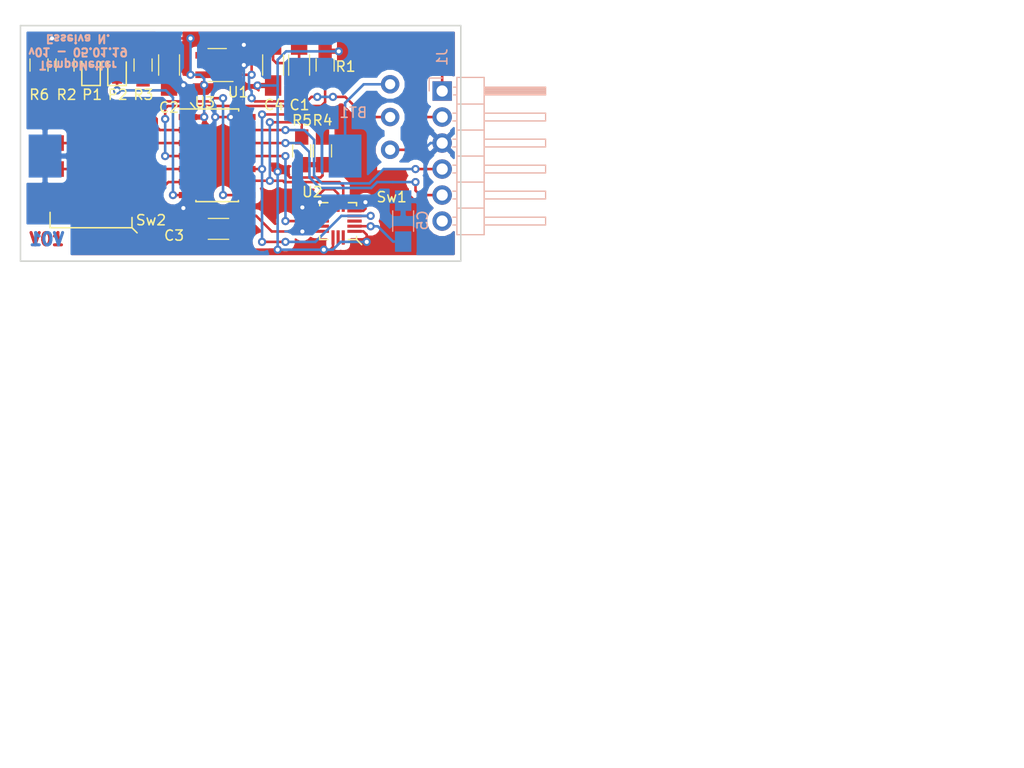
<source format=kicad_pcb>
(kicad_pcb (version 20171130) (host pcbnew "(5.0.2)-1")

  (general
    (thickness 1.6)
    (drawings 9)
    (tracks 298)
    (zones 0)
    (modules 20)
    (nets 22)
  )

  (page A4)
  (title_block
    (title DrumMetter)
    (date 2019-01-05)
    (rev 01)
    (company EsseivaN)
    (comment 1 "Mesure de tempo pour batterie")
  )

  (layers
    (0 F.Cu signal)
    (31 B.Cu signal)
    (32 B.Adhes user)
    (33 F.Adhes user)
    (34 B.Paste user)
    (35 F.Paste user)
    (36 B.SilkS user)
    (37 F.SilkS user)
    (38 B.Mask user)
    (39 F.Mask user)
    (40 Dwgs.User user)
    (41 Cmts.User user)
    (42 Eco1.User user)
    (43 Eco2.User user)
    (44 Edge.Cuts user)
    (45 Margin user)
    (46 B.CrtYd user hide)
    (47 F.CrtYd user hide)
    (48 B.Fab user)
    (49 F.Fab user hide)
  )

  (setup
    (last_trace_width 0.25)
    (trace_clearance 0.2)
    (zone_clearance 0.508)
    (zone_45_only no)
    (trace_min 0.25)
    (segment_width 0.2)
    (edge_width 0.15)
    (via_size 0.8)
    (via_drill 0.4)
    (via_min_size 0.8)
    (via_min_drill 0.3)
    (uvia_size 0.3)
    (uvia_drill 0.1)
    (uvias_allowed no)
    (uvia_min_size 0.2)
    (uvia_min_drill 0.1)
    (pcb_text_width 0.3)
    (pcb_text_size 1.5 1.5)
    (mod_edge_width 0.15)
    (mod_text_size 1 1)
    (mod_text_width 0.15)
    (pad_size 1.524 1.524)
    (pad_drill 0.762)
    (pad_to_mask_clearance 0.051)
    (solder_mask_min_width 0.25)
    (aux_axis_origin 138 71)
    (grid_origin 138 71)
    (visible_elements 7FFDFFFF)
    (pcbplotparams
      (layerselection 0x010f0_ffffffff)
      (usegerberextensions false)
      (usegerberattributes false)
      (usegerberadvancedattributes false)
      (creategerberjobfile false)
      (excludeedgelayer true)
      (linewidth 0.100000)
      (plotframeref false)
      (viasonmask false)
      (mode 1)
      (useauxorigin false)
      (hpglpennumber 1)
      (hpglpenspeed 20)
      (hpglpendiameter 15.000000)
      (psnegative false)
      (psa4output false)
      (plotreference true)
      (plotvalue true)
      (plotinvisibletext false)
      (padsonsilk false)
      (subtractmaskfromsilk false)
      (outputformat 1)
      (mirror false)
      (drillshape 0)
      (scaleselection 1)
      (outputdirectory "Fabrication/Gerber/"))
  )

  (net 0 "")
  (net 1 /3V)
  (net 2 GND)
  (net 3 "Net-(C1-Pad1)")
  (net 4 VCC)
  (net 5 "Net-(C5-Pad1)")
  (net 6 "Net-(J1-Pad1)")
  (net 7 "Net-(J1-Pad2)")
  (net 8 /ICSPDAT)
  (net 9 /ICSPCLK)
  (net 10 /LED_RED)
  (net 11 "Net-(P1-Pad1)")
  (net 12 "Net-(P2-Pad1)")
  (net 13 /LED_GREEN)
  (net 14 /SDA)
  (net 15 /SCL)
  (net 16 /DIP4)
  (net 17 /DIP1)
  (net 18 /DIP2)
  (net 19 /DIP3)
  (net 20 /INT1)
  (net 21 "Net-(R6-Pad1)")

  (net_class Default "This is the default net class."
    (clearance 0.2)
    (trace_width 0.25)
    (via_dia 0.8)
    (via_drill 0.4)
    (uvia_dia 0.3)
    (uvia_drill 0.1)
    (add_net /3V)
    (add_net /DIP1)
    (add_net /DIP2)
    (add_net /DIP3)
    (add_net /DIP4)
    (add_net /ICSPCLK)
    (add_net /ICSPDAT)
    (add_net /INT1)
    (add_net /LED_GREEN)
    (add_net /LED_RED)
    (add_net /SCL)
    (add_net /SDA)
    (add_net GND)
    (add_net "Net-(C1-Pad1)")
    (add_net "Net-(C5-Pad1)")
    (add_net "Net-(J1-Pad1)")
    (add_net "Net-(J1-Pad2)")
    (add_net "Net-(P1-Pad1)")
    (add_net "Net-(P2-Pad1)")
    (add_net "Net-(R6-Pad1)")
    (add_net VCC)
  )

  (module MyLib:16-QFN (layer F.Cu) (tedit 5C16516B) (tstamp 5C168976)
    (at 171.02 92.59 180)
    (path /5C150CD1)
    (attr smd)
    (fp_text reference U2 (at 2.52 2.84 180) (layer F.SilkS)
      (effects (font (size 1.00044 1.00044) (thickness 0.15)))
    )
    (fp_text value MMA8452Q (at 0 3.2) (layer F.Fab)
      (effects (font (size 1.00071 1.00071) (thickness 0.15)))
    )
    (fp_line (start -1.8 1.8) (end -1.8 -1.8) (layer Dwgs.User) (width 0.05))
    (fp_line (start 1.8 1.8) (end -1.8 1.8) (layer Dwgs.User) (width 0.05))
    (fp_line (start 1.8 -1.8) (end 1.8 1.8) (layer Dwgs.User) (width 0.05))
    (fp_line (start -1.8 -1.8) (end 1.8 -1.8) (layer Dwgs.User) (width 0.05))
    (fp_line (start -1.8 -1.8) (end -2.3 -2.3) (layer F.SilkS) (width 0.15))
    (fp_line (start -1.8 -1.8) (end -1.8 -1.5) (layer F.SilkS) (width 0.15))
    (fp_line (start -1 -1.8) (end -1.8 -1.8) (layer F.SilkS) (width 0.15))
    (fp_line (start 1.8 -1.8) (end 1 -1.8) (layer F.SilkS) (width 0.15))
    (fp_line (start 1.8 -1.5) (end 1.8 -1.8) (layer F.SilkS) (width 0.15))
    (fp_line (start -1.8 1.5) (end -1.8 1.8) (layer F.SilkS) (width 0.15))
    (fp_line (start -1.8 1.8) (end -1 1.8) (layer F.SilkS) (width 0.15))
    (fp_line (start 1.8 1.8) (end 1 1.8) (layer F.SilkS) (width 0.15))
    (fp_line (start 1.8 1.5) (end 1.8 1.8) (layer F.SilkS) (width 0.15))
    (fp_line (start -0.5 -1.05) (end 0.8 -1.05) (layer F.Fab) (width 0.15))
    (fp_line (start -0.9 -0.7) (end -0.5 -1.05) (layer F.Fab) (width 0.15))
    (fp_line (start -0.9 0.85) (end -0.9 -0.7) (layer F.Fab) (width 0.15))
    (fp_line (start 0.85 0.85) (end -0.9 0.85) (layer F.Fab) (width 0.15))
    (fp_line (start 0.85 -1.05) (end 0.85 0.85) (layer F.Fab) (width 0.15))
    (fp_line (start 0.85 0.85) (end 0.85 -1.05) (layer F.CrtYd) (width 0.1))
    (fp_line (start -0.9 0.85) (end 0.85 0.85) (layer F.CrtYd) (width 0.1))
    (fp_line (start -0.9 -1.05) (end -0.9 0.85) (layer F.CrtYd) (width 0.1))
    (fp_line (start 0.85 -1.05) (end -0.9 -1.05) (layer F.CrtYd) (width 0.1))
    (pad 16 smd rect (at -0.5 -1.6 90) (size 1.4 0.3) (layers F.Cu F.Paste F.Mask))
    (pad 15 smd rect (at 0 -1.6 90) (size 1.4 0.3) (layers F.Cu F.Paste F.Mask))
    (pad 14 smd rect (at 0.5 -1.6 90) (size 1.4 0.3) (layers F.Cu F.Paste F.Mask)
      (net 4 VCC))
    (pad 13 smd rect (at 1.6 -1) (size 1.4 0.3) (layers F.Cu F.Paste F.Mask))
    (pad 12 smd rect (at 1.6 -0.5) (size 1.4 0.3) (layers F.Cu F.Paste F.Mask)
      (net 2 GND))
    (pad 11 smd rect (at 1.6 0) (size 1.4 0.3) (layers F.Cu F.Paste F.Mask)
      (net 20 /INT1))
    (pad 10 smd rect (at 1.6 0.5) (size 1.4 0.3) (layers F.Cu F.Paste F.Mask)
      (net 2 GND))
    (pad 9 smd rect (at 1.6 1) (size 1.4 0.3) (layers F.Cu F.Paste F.Mask))
    (pad 8 smd rect (at 0.5 1.6 270) (size 1.4 0.3) (layers F.Cu F.Paste F.Mask))
    (pad 7 smd rect (at 0 1.6 270) (size 1.4 0.3) (layers F.Cu F.Paste F.Mask)
      (net 2 GND))
    (pad 6 smd rect (at -0.5 1.6 270) (size 1.4 0.3) (layers F.Cu F.Paste F.Mask)
      (net 14 /SDA))
    (pad 5 smd rect (at -1.6 1 180) (size 1.4 0.3) (layers F.Cu F.Paste F.Mask)
      (net 2 GND))
    (pad 4 smd rect (at -1.6 0.5 180) (size 1.4 0.3) (layers F.Cu F.Paste F.Mask)
      (net 15 /SCL))
    (pad 3 smd rect (at -1.6 0 180) (size 1.4 0.3) (layers F.Cu F.Paste F.Mask))
    (pad 2 smd rect (at -1.6 -0.5 180) (size 1.4 0.3) (layers F.Cu F.Paste F.Mask)
      (net 5 "Net-(C5-Pad1)"))
    (pad 1 smd rect (at -1.6 -1 180) (size 1.4 0.3) (layers F.Cu F.Paste F.Mask)
      (net 4 VCC))
  )

  (module MyLib:Pin_Header_Angled_1x06_Pitch2.54mm_reverse (layer B.Cu) (tedit 5B68A712) (tstamp 5C1639D9)
    (at 181.18 79.89 180)
    (descr "Through hole angled pin header, 1x06, 2.54mm pitch, 6mm pin length, single row")
    (tags "Through hole angled pin header THT 1x06 2.54mm single row")
    (path /5C17FB14)
    (fp_text reference J1 (at 0 3.302 90) (layer B.SilkS)
      (effects (font (size 1 1) (thickness 0.15)) (justify mirror))
    )
    (fp_text value CONN_ICSP (at -4.385 -14.97 180) (layer B.Fab)
      (effects (font (size 1 1) (thickness 0.15)) (justify mirror))
    )
    (fp_text user %R (at -2.77 -6.35 -90) (layer B.Fab)
      (effects (font (size 1 1) (thickness 0.15)) (justify mirror))
    )
    (fp_line (start -10.55 1.8) (end 1.8 1.8) (layer B.CrtYd) (width 0.05))
    (fp_line (start -10.55 -14.5) (end -10.55 1.8) (layer B.CrtYd) (width 0.05))
    (fp_line (start 1.8 -14.5) (end -10.55 -14.5) (layer B.CrtYd) (width 0.05))
    (fp_line (start 1.8 1.8) (end 1.8 -14.5) (layer B.CrtYd) (width 0.05))
    (fp_line (start 1.27 1.27) (end 0 1.27) (layer B.SilkS) (width 0.12))
    (fp_line (start 1.27 0) (end 1.27 1.27) (layer B.SilkS) (width 0.12))
    (fp_line (start -1.042929 -13.08) (end -1.44 -13.08) (layer B.SilkS) (width 0.12))
    (fp_line (start -1.042929 -12.32) (end -1.44 -12.32) (layer B.SilkS) (width 0.12))
    (fp_line (start -10.1 -13.08) (end -4.1 -13.08) (layer B.SilkS) (width 0.12))
    (fp_line (start -10.1 -12.32) (end -10.1 -13.08) (layer B.SilkS) (width 0.12))
    (fp_line (start -4.1 -12.32) (end -10.1 -12.32) (layer B.SilkS) (width 0.12))
    (fp_line (start -1.44 -11.43) (end -4.1 -11.43) (layer B.SilkS) (width 0.12))
    (fp_line (start -1.042929 -10.54) (end -1.44 -10.54) (layer B.SilkS) (width 0.12))
    (fp_line (start -1.042929 -9.78) (end -1.44 -9.78) (layer B.SilkS) (width 0.12))
    (fp_line (start -10.1 -10.54) (end -4.1 -10.54) (layer B.SilkS) (width 0.12))
    (fp_line (start -10.1 -9.78) (end -10.1 -10.54) (layer B.SilkS) (width 0.12))
    (fp_line (start -4.1 -9.78) (end -10.1 -9.78) (layer B.SilkS) (width 0.12))
    (fp_line (start -1.44 -8.89) (end -4.1 -8.89) (layer B.SilkS) (width 0.12))
    (fp_line (start -1.042929 -8) (end -1.44 -8) (layer B.SilkS) (width 0.12))
    (fp_line (start -1.042929 -7.24) (end -1.44 -7.24) (layer B.SilkS) (width 0.12))
    (fp_line (start -10.1 -8) (end -4.1 -8) (layer B.SilkS) (width 0.12))
    (fp_line (start -10.1 -7.24) (end -10.1 -8) (layer B.SilkS) (width 0.12))
    (fp_line (start -4.1 -7.24) (end -10.1 -7.24) (layer B.SilkS) (width 0.12))
    (fp_line (start -1.44 -6.35) (end -4.1 -6.35) (layer B.SilkS) (width 0.12))
    (fp_line (start -1.042929 -5.46) (end -1.44 -5.46) (layer B.SilkS) (width 0.12))
    (fp_line (start -1.042929 -4.7) (end -1.44 -4.7) (layer B.SilkS) (width 0.12))
    (fp_line (start -10.1 -5.46) (end -4.1 -5.46) (layer B.SilkS) (width 0.12))
    (fp_line (start -10.1 -4.7) (end -10.1 -5.46) (layer B.SilkS) (width 0.12))
    (fp_line (start -4.1 -4.7) (end -10.1 -4.7) (layer B.SilkS) (width 0.12))
    (fp_line (start -1.44 -3.81) (end -4.1 -3.81) (layer B.SilkS) (width 0.12))
    (fp_line (start -1.042929 -2.92) (end -1.44 -2.92) (layer B.SilkS) (width 0.12))
    (fp_line (start -1.042929 -2.16) (end -1.44 -2.16) (layer B.SilkS) (width 0.12))
    (fp_line (start -10.1 -2.92) (end -4.1 -2.92) (layer B.SilkS) (width 0.12))
    (fp_line (start -10.1 -2.16) (end -10.1 -2.92) (layer B.SilkS) (width 0.12))
    (fp_line (start -4.1 -2.16) (end -10.1 -2.16) (layer B.SilkS) (width 0.12))
    (fp_line (start -1.44 -1.27) (end -4.1 -1.27) (layer B.SilkS) (width 0.12))
    (fp_line (start -1.11 -0.38) (end -1.44 -0.38) (layer B.SilkS) (width 0.12))
    (fp_line (start -1.11 0.38) (end -1.44 0.38) (layer B.SilkS) (width 0.12))
    (fp_line (start -4.1 -0.28) (end -10.1 -0.28) (layer B.SilkS) (width 0.12))
    (fp_line (start -4.1 -0.16) (end -10.1 -0.16) (layer B.SilkS) (width 0.12))
    (fp_line (start -4.1 -0.04) (end -10.1 -0.04) (layer B.SilkS) (width 0.12))
    (fp_line (start -4.1 0.08) (end -10.1 0.08) (layer B.SilkS) (width 0.12))
    (fp_line (start -4.1 0.2) (end -10.1 0.2) (layer B.SilkS) (width 0.12))
    (fp_line (start -4.1 0.32) (end -10.1 0.32) (layer B.SilkS) (width 0.12))
    (fp_line (start -10.1 -0.38) (end -4.1 -0.38) (layer B.SilkS) (width 0.12))
    (fp_line (start -10.1 0.38) (end -10.1 -0.38) (layer B.SilkS) (width 0.12))
    (fp_line (start -4.1 0.38) (end -10.1 0.38) (layer B.SilkS) (width 0.12))
    (fp_line (start -4.1 1.33) (end -1.44 1.33) (layer B.SilkS) (width 0.12))
    (fp_line (start -4.1 -14.03) (end -4.1 1.33) (layer B.SilkS) (width 0.12))
    (fp_line (start -1.44 -14.03) (end -4.1 -14.03) (layer B.SilkS) (width 0.12))
    (fp_line (start -1.44 1.33) (end -1.44 -14.03) (layer B.SilkS) (width 0.12))
    (fp_line (start -4.04 -13.02) (end -10.04 -13.02) (layer B.Fab) (width 0.1))
    (fp_line (start -10.04 -12.38) (end -10.04 -13.02) (layer B.Fab) (width 0.1))
    (fp_line (start -4.04 -12.38) (end -10.04 -12.38) (layer B.Fab) (width 0.1))
    (fp_line (start 0.32 -13.02) (end -1.5 -13.02) (layer B.Fab) (width 0.1))
    (fp_line (start 0.32 -12.38) (end 0.32 -13.02) (layer B.Fab) (width 0.1))
    (fp_line (start 0.32 -12.38) (end -1.5 -12.38) (layer B.Fab) (width 0.1))
    (fp_line (start -4.04 -10.48) (end -10.04 -10.48) (layer B.Fab) (width 0.1))
    (fp_line (start -10.04 -9.84) (end -10.04 -10.48) (layer B.Fab) (width 0.1))
    (fp_line (start -4.04 -9.84) (end -10.04 -9.84) (layer B.Fab) (width 0.1))
    (fp_line (start 0.32 -10.48) (end -1.5 -10.48) (layer B.Fab) (width 0.1))
    (fp_line (start 0.32 -9.84) (end 0.32 -10.48) (layer B.Fab) (width 0.1))
    (fp_line (start 0.32 -9.84) (end -1.5 -9.84) (layer B.Fab) (width 0.1))
    (fp_line (start -4.04 -7.94) (end -10.04 -7.94) (layer B.Fab) (width 0.1))
    (fp_line (start -10.04 -7.3) (end -10.04 -7.94) (layer B.Fab) (width 0.1))
    (fp_line (start -4.04 -7.3) (end -10.04 -7.3) (layer B.Fab) (width 0.1))
    (fp_line (start 0.32 -7.94) (end -1.5 -7.94) (layer B.Fab) (width 0.1))
    (fp_line (start 0.32 -7.3) (end 0.32 -7.94) (layer B.Fab) (width 0.1))
    (fp_line (start 0.32 -7.3) (end -1.5 -7.3) (layer B.Fab) (width 0.1))
    (fp_line (start -4.04 -5.4) (end -10.04 -5.4) (layer B.Fab) (width 0.1))
    (fp_line (start -10.04 -4.76) (end -10.04 -5.4) (layer B.Fab) (width 0.1))
    (fp_line (start -4.04 -4.76) (end -10.04 -4.76) (layer B.Fab) (width 0.1))
    (fp_line (start 0.32 -5.4) (end -1.5 -5.4) (layer B.Fab) (width 0.1))
    (fp_line (start 0.32 -4.76) (end 0.32 -5.4) (layer B.Fab) (width 0.1))
    (fp_line (start 0.32 -4.76) (end -1.5 -4.76) (layer B.Fab) (width 0.1))
    (fp_line (start -4.04 -2.86) (end -10.04 -2.86) (layer B.Fab) (width 0.1))
    (fp_line (start -10.04 -2.22) (end -10.04 -2.86) (layer B.Fab) (width 0.1))
    (fp_line (start -4.04 -2.22) (end -10.04 -2.22) (layer B.Fab) (width 0.1))
    (fp_line (start 0.32 -2.86) (end -1.5 -2.86) (layer B.Fab) (width 0.1))
    (fp_line (start 0.32 -2.22) (end 0.32 -2.86) (layer B.Fab) (width 0.1))
    (fp_line (start 0.32 -2.22) (end -1.5 -2.22) (layer B.Fab) (width 0.1))
    (fp_line (start -4.04 -0.32) (end -10.04 -0.32) (layer B.Fab) (width 0.1))
    (fp_line (start -10.04 0.32) (end -10.04 -0.32) (layer B.Fab) (width 0.1))
    (fp_line (start -4.04 0.32) (end -10.04 0.32) (layer B.Fab) (width 0.1))
    (fp_line (start 0.32 -0.32) (end -1.5 -0.32) (layer B.Fab) (width 0.1))
    (fp_line (start 0.32 0.32) (end 0.32 -0.32) (layer B.Fab) (width 0.1))
    (fp_line (start 0.32 0.32) (end -1.5 0.32) (layer B.Fab) (width 0.1))
    (fp_line (start -1.5 0.635) (end -2.135 1.27) (layer B.Fab) (width 0.1))
    (fp_line (start -1.5 -13.97) (end -1.5 0.635) (layer B.Fab) (width 0.1))
    (fp_line (start -4.04 -13.97) (end -1.5 -13.97) (layer B.Fab) (width 0.1))
    (fp_line (start -4.04 1.27) (end -4.04 -13.97) (layer B.Fab) (width 0.1))
    (fp_line (start -2.135 1.27) (end -4.04 1.27) (layer B.Fab) (width 0.1))
    (pad 6 thru_hole circle (at 0 -12.7 180) (size 1.9 1.9) (drill 1.1) (layers *.Cu *.Mask))
    (pad 5 thru_hole circle (at 0 -10.16 180) (size 1.9 1.9) (drill 1.1) (layers *.Cu *.Mask)
      (net 9 /ICSPCLK))
    (pad 4 thru_hole circle (at 0 -7.62 180) (size 1.9 1.9) (drill 1.1) (layers *.Cu *.Mask)
      (net 8 /ICSPDAT))
    (pad 3 thru_hole circle (at 0 -5.08 180) (size 1.9 1.9) (drill 1.1) (layers *.Cu *.Mask)
      (net 2 GND))
    (pad 2 thru_hole circle (at 0 -2.54 180) (size 1.9 1.9) (drill 1.1) (layers *.Cu *.Mask)
      (net 7 "Net-(J1-Pad2)"))
    (pad 1 thru_hole rect (at 0 0 180) (size 1.9 1.9) (drill 1.1) (layers *.Cu *.Mask)
      (net 6 "Net-(J1-Pad1)"))
    (model ${KISYS3DMOD}/Pin_Headers.3dshapes/Pin_Header_Angled_1x06_Pitch2.54mm.wrl
      (at (xyz 0 0 0))
      (scale (xyz 1 1 1))
      (rotate (xyz 0 0 0))
    )
  )

  (module MyLib:DIP_4 (layer F.Cu) (tedit 5C163653) (tstamp 5C168934)
    (at 146.89 86.24 180)
    (path /5C1662E8)
    (fp_text reference Sw2 (at -5.86 -6.26 180) (layer F.SilkS)
      (effects (font (size 1 1) (thickness 0.15)))
    )
    (fp_text value SW_DIP_x04 (at -0.5 -9 180) (layer F.Fab)
      (effects (font (size 1 1) (thickness 0.15)))
    )
    (fp_line (start 4 -7) (end -4 -7) (layer F.Fab) (width 0.15))
    (fp_line (start -4 -7) (end -4 5.5) (layer F.Fab) (width 0.15))
    (fp_line (start -4 5.5) (end 4 5.5) (layer F.Fab) (width 0.15))
    (fp_line (start 4 5.5) (end 4 -7) (layer F.Fab) (width 0.15))
    (fp_line (start 4 -7) (end 4 -6.5) (layer F.Fab) (width 0.15))
    (fp_line (start 4 -6.5) (end 4 -7) (layer F.Fab) (width 0.15))
    (fp_line (start -4 -7) (end -4.5 -7.5) (layer F.SilkS) (width 0.15))
    (fp_line (start -4 -6) (end -4 -7) (layer F.SilkS) (width 0.15))
    (fp_line (start -4 -7) (end 4 -7) (layer F.SilkS) (width 0.15))
    (fp_line (start 4 -7) (end 4 -5.5) (layer F.SilkS) (width 0.15))
    (pad 5 smd rect (at 4.35 3.81 180) (size 3.4 1.524) (layers F.Cu F.Paste F.Mask)
      (net 21 "Net-(R6-Pad1)"))
    (pad 8 smd rect (at 4.35 -3.81 180) (size 3.4 1.524) (layers F.Cu F.Paste F.Mask)
      (net 21 "Net-(R6-Pad1)"))
    (pad 7 smd rect (at 4.35 -1.27 180) (size 3.4 1.524) (layers F.Cu F.Paste F.Mask)
      (net 21 "Net-(R6-Pad1)"))
    (pad 6 smd rect (at 4.35 1.27 180) (size 3.4 1.524) (layers F.Cu F.Paste F.Mask)
      (net 21 "Net-(R6-Pad1)"))
    (pad 3 smd rect (at -4.35 1.27 180) (size 3.4 1.524) (layers F.Cu F.Paste F.Mask)
      (net 19 /DIP3))
    (pad 2 smd rect (at -4.35 -1.27 180) (size 3.4 1.524) (layers F.Cu F.Paste F.Mask)
      (net 18 /DIP2))
    (pad 1 smd rect (at -4.35 -3.81 180) (size 3.4 1.524) (layers F.Cu F.Paste F.Mask)
      (net 17 /DIP1))
    (pad 4 smd rect (at -4.35 3.81 180) (size 3.4 1.524) (layers F.Cu F.Paste F.Mask)
      (net 16 /DIP4))
  )

  (module MyLib:C_1206_HandSoldering (layer B.Cu) (tedit 58AA84D1) (tstamp 5C168828)
    (at 177.37 92.59 90)
    (descr "Capacitor SMD 1206, hand soldering")
    (tags "capacitor 1206")
    (path /5C150E41)
    (attr smd)
    (fp_text reference C5 (at 0.07 1.9 90) (layer B.SilkS)
      (effects (font (size 1 1) (thickness 0.15)) (justify mirror))
    )
    (fp_text value 100nF (at 0 -2 90) (layer B.Fab)
      (effects (font (size 1 1) (thickness 0.15)) (justify mirror))
    )
    (fp_line (start 3.25 -1.05) (end -3.25 -1.05) (layer B.CrtYd) (width 0.05))
    (fp_line (start 3.25 -1.05) (end 3.25 1.05) (layer B.CrtYd) (width 0.05))
    (fp_line (start -3.25 1.05) (end -3.25 -1.05) (layer B.CrtYd) (width 0.05))
    (fp_line (start -3.25 1.05) (end 3.25 1.05) (layer B.CrtYd) (width 0.05))
    (fp_line (start -1 -1.02) (end 1 -1.02) (layer B.SilkS) (width 0.12))
    (fp_line (start 1 1.02) (end -1 1.02) (layer B.SilkS) (width 0.12))
    (fp_line (start -1.6 0.8) (end 1.6 0.8) (layer B.Fab) (width 0.1))
    (fp_line (start 1.6 0.8) (end 1.6 -0.8) (layer B.Fab) (width 0.1))
    (fp_line (start 1.6 -0.8) (end -1.6 -0.8) (layer B.Fab) (width 0.1))
    (fp_line (start -1.6 -0.8) (end -1.6 0.8) (layer B.Fab) (width 0.1))
    (fp_text user %R (at 0 1.75 90) (layer B.Fab)
      (effects (font (size 1 1) (thickness 0.15)) (justify mirror))
    )
    (pad 2 smd rect (at 2 0 90) (size 2 1.6) (layers B.Cu B.Paste B.Mask)
      (net 2 GND))
    (pad 1 smd rect (at -2 0 90) (size 2 1.6) (layers B.Cu B.Paste B.Mask)
      (net 5 "Net-(C5-Pad1)"))
    (model Capacitors_SMD.3dshapes/C_1206.wrl
      (at (xyz 0 0 0))
      (scale (xyz 1 1 1))
      (rotate (xyz 0 0 0))
    )
  )

  (module MyLib:R_0805_HandSoldering (layer F.Cu) (tedit 58E0A804) (tstamp 5C1688C4)
    (at 169.75 77.35 270)
    (descr "Resistor SMD 0805, hand soldering")
    (tags "resistor 0805")
    (path /5C1BE70A)
    (attr smd)
    (fp_text reference R1 (at 0.15 -2) (layer F.SilkS)
      (effects (font (size 1 1) (thickness 0.15)))
    )
    (fp_text value 10kR (at 0 1.75 270) (layer F.Fab)
      (effects (font (size 1 1) (thickness 0.15)))
    )
    (fp_line (start 2.35 0.9) (end -2.35 0.9) (layer F.CrtYd) (width 0.05))
    (fp_line (start 2.35 0.9) (end 2.35 -0.9) (layer F.CrtYd) (width 0.05))
    (fp_line (start -2.35 -0.9) (end -2.35 0.9) (layer F.CrtYd) (width 0.05))
    (fp_line (start -2.35 -0.9) (end 2.35 -0.9) (layer F.CrtYd) (width 0.05))
    (fp_line (start -0.6 -0.88) (end 0.6 -0.88) (layer F.SilkS) (width 0.12))
    (fp_line (start 0.6 0.88) (end -0.6 0.88) (layer F.SilkS) (width 0.12))
    (fp_line (start -1 -0.62) (end 1 -0.62) (layer F.Fab) (width 0.1))
    (fp_line (start 1 -0.62) (end 1 0.62) (layer F.Fab) (width 0.1))
    (fp_line (start 1 0.62) (end -1 0.62) (layer F.Fab) (width 0.1))
    (fp_line (start -1 0.62) (end -1 -0.62) (layer F.Fab) (width 0.1))
    (fp_text user %R (at 0 0 270) (layer F.Fab)
      (effects (font (size 0.5 0.5) (thickness 0.075)))
    )
    (pad 2 smd rect (at 1.35 0 270) (size 1.5 1.3) (layers F.Cu F.Paste F.Mask)
      (net 6 "Net-(J1-Pad1)"))
    (pad 1 smd rect (at -1.35 0 270) (size 1.5 1.3) (layers F.Cu F.Paste F.Mask)
      (net 4 VCC))
    (model ${KISYS3DMOD}/Resistors_SMD.3dshapes/R_0805.wrl
      (at (xyz 0 0 0))
      (scale (xyz 1 1 1))
      (rotate (xyz 0 0 0))
    )
  )

  (module MyLib:R_0805_HandSoldering (layer F.Cu) (tedit 58E0A804) (tstamp 5C1688D5)
    (at 144.35 77.35 270)
    (descr "Resistor SMD 0805, hand soldering")
    (tags "resistor 0805")
    (path /5C1AA1BA)
    (attr smd)
    (fp_text reference R2 (at 2.9 -0.15) (layer F.SilkS)
      (effects (font (size 1 1) (thickness 0.15)))
    )
    (fp_text value 100R (at 0 1.75 270) (layer F.Fab)
      (effects (font (size 1 1) (thickness 0.15)))
    )
    (fp_line (start 2.35 0.9) (end -2.35 0.9) (layer F.CrtYd) (width 0.05))
    (fp_line (start 2.35 0.9) (end 2.35 -0.9) (layer F.CrtYd) (width 0.05))
    (fp_line (start -2.35 -0.9) (end -2.35 0.9) (layer F.CrtYd) (width 0.05))
    (fp_line (start -2.35 -0.9) (end 2.35 -0.9) (layer F.CrtYd) (width 0.05))
    (fp_line (start -0.6 -0.88) (end 0.6 -0.88) (layer F.SilkS) (width 0.12))
    (fp_line (start 0.6 0.88) (end -0.6 0.88) (layer F.SilkS) (width 0.12))
    (fp_line (start -1 -0.62) (end 1 -0.62) (layer F.Fab) (width 0.1))
    (fp_line (start 1 -0.62) (end 1 0.62) (layer F.Fab) (width 0.1))
    (fp_line (start 1 0.62) (end -1 0.62) (layer F.Fab) (width 0.1))
    (fp_line (start -1 0.62) (end -1 -0.62) (layer F.Fab) (width 0.1))
    (fp_text user %R (at 0 0 270) (layer F.Fab)
      (effects (font (size 0.5 0.5) (thickness 0.075)))
    )
    (pad 2 smd rect (at 1.35 0 270) (size 1.5 1.3) (layers F.Cu F.Paste F.Mask)
      (net 11 "Net-(P1-Pad1)"))
    (pad 1 smd rect (at -1.35 0 270) (size 1.5 1.3) (layers F.Cu F.Paste F.Mask)
      (net 4 VCC))
    (model ${KISYS3DMOD}/Resistors_SMD.3dshapes/R_0805.wrl
      (at (xyz 0 0 0))
      (scale (xyz 1 1 1))
      (rotate (xyz 0 0 0))
    )
  )

  (module MyLib:R_0805_HandSoldering (layer F.Cu) (tedit 58E0A804) (tstamp 5C1688E6)
    (at 151.97 77.35 270)
    (descr "Resistor SMD 0805, hand soldering")
    (tags "resistor 0805")
    (path /5C15F14E)
    (attr smd)
    (fp_text reference R3 (at 2.9 -0.03) (layer F.SilkS)
      (effects (font (size 1 1) (thickness 0.15)))
    )
    (fp_text value 150R (at 0 1.75 270) (layer F.Fab)
      (effects (font (size 1 1) (thickness 0.15)))
    )
    (fp_line (start 2.35 0.9) (end -2.35 0.9) (layer F.CrtYd) (width 0.05))
    (fp_line (start 2.35 0.9) (end 2.35 -0.9) (layer F.CrtYd) (width 0.05))
    (fp_line (start -2.35 -0.9) (end -2.35 0.9) (layer F.CrtYd) (width 0.05))
    (fp_line (start -2.35 -0.9) (end 2.35 -0.9) (layer F.CrtYd) (width 0.05))
    (fp_line (start -0.6 -0.88) (end 0.6 -0.88) (layer F.SilkS) (width 0.12))
    (fp_line (start 0.6 0.88) (end -0.6 0.88) (layer F.SilkS) (width 0.12))
    (fp_line (start -1 -0.62) (end 1 -0.62) (layer F.Fab) (width 0.1))
    (fp_line (start 1 -0.62) (end 1 0.62) (layer F.Fab) (width 0.1))
    (fp_line (start 1 0.62) (end -1 0.62) (layer F.Fab) (width 0.1))
    (fp_line (start -1 0.62) (end -1 -0.62) (layer F.Fab) (width 0.1))
    (fp_text user %R (at 0 0 270) (layer F.Fab)
      (effects (font (size 0.5 0.5) (thickness 0.075)))
    )
    (pad 2 smd rect (at 1.35 0 270) (size 1.5 1.3) (layers F.Cu F.Paste F.Mask)
      (net 12 "Net-(P2-Pad1)"))
    (pad 1 smd rect (at -1.35 0 270) (size 1.5 1.3) (layers F.Cu F.Paste F.Mask)
      (net 4 VCC))
    (model ${KISYS3DMOD}/Resistors_SMD.3dshapes/R_0805.wrl
      (at (xyz 0 0 0))
      (scale (xyz 1 1 1))
      (rotate (xyz 0 0 0))
    )
  )

  (module MyLib:R_0805_HandSoldering (layer F.Cu) (tedit 58E0A804) (tstamp 5C1688F7)
    (at 167.464 85.732 270)
    (descr "Resistor SMD 0805, hand soldering")
    (tags "resistor 0805")
    (path /5C1525D6)
    (attr smd)
    (fp_text reference R4 (at -2.982 -2.036) (layer F.SilkS)
      (effects (font (size 1 1) (thickness 0.15)))
    )
    (fp_text value 4k7R (at 0 1.75 270) (layer F.Fab)
      (effects (font (size 1 1) (thickness 0.15)))
    )
    (fp_line (start 2.35 0.9) (end -2.35 0.9) (layer F.CrtYd) (width 0.05))
    (fp_line (start 2.35 0.9) (end 2.35 -0.9) (layer F.CrtYd) (width 0.05))
    (fp_line (start -2.35 -0.9) (end -2.35 0.9) (layer F.CrtYd) (width 0.05))
    (fp_line (start -2.35 -0.9) (end 2.35 -0.9) (layer F.CrtYd) (width 0.05))
    (fp_line (start -0.6 -0.88) (end 0.6 -0.88) (layer F.SilkS) (width 0.12))
    (fp_line (start 0.6 0.88) (end -0.6 0.88) (layer F.SilkS) (width 0.12))
    (fp_line (start -1 -0.62) (end 1 -0.62) (layer F.Fab) (width 0.1))
    (fp_line (start 1 -0.62) (end 1 0.62) (layer F.Fab) (width 0.1))
    (fp_line (start 1 0.62) (end -1 0.62) (layer F.Fab) (width 0.1))
    (fp_line (start -1 0.62) (end -1 -0.62) (layer F.Fab) (width 0.1))
    (fp_text user %R (at 0 0 270) (layer F.Fab)
      (effects (font (size 0.5 0.5) (thickness 0.075)))
    )
    (pad 2 smd rect (at 1.35 0 270) (size 1.5 1.3) (layers F.Cu F.Paste F.Mask)
      (net 4 VCC))
    (pad 1 smd rect (at -1.35 0 270) (size 1.5 1.3) (layers F.Cu F.Paste F.Mask)
      (net 14 /SDA))
    (model ${KISYS3DMOD}/Resistors_SMD.3dshapes/R_0805.wrl
      (at (xyz 0 0 0))
      (scale (xyz 1 1 1))
      (rotate (xyz 0 0 0))
    )
  )

  (module MyLib:R_0805_HandSoldering (layer F.Cu) (tedit 58E0A804) (tstamp 5C168908)
    (at 169.496 85.732 90)
    (descr "Resistor SMD 0805, hand soldering")
    (tags "resistor 0805")
    (path /5C15265C)
    (attr smd)
    (fp_text reference R5 (at 2.982 -1.996 180) (layer F.SilkS)
      (effects (font (size 1 1) (thickness 0.15)))
    )
    (fp_text value 4k7R (at 0 1.75 90) (layer F.Fab)
      (effects (font (size 1 1) (thickness 0.15)))
    )
    (fp_line (start 2.35 0.9) (end -2.35 0.9) (layer F.CrtYd) (width 0.05))
    (fp_line (start 2.35 0.9) (end 2.35 -0.9) (layer F.CrtYd) (width 0.05))
    (fp_line (start -2.35 -0.9) (end -2.35 0.9) (layer F.CrtYd) (width 0.05))
    (fp_line (start -2.35 -0.9) (end 2.35 -0.9) (layer F.CrtYd) (width 0.05))
    (fp_line (start -0.6 -0.88) (end 0.6 -0.88) (layer F.SilkS) (width 0.12))
    (fp_line (start 0.6 0.88) (end -0.6 0.88) (layer F.SilkS) (width 0.12))
    (fp_line (start -1 -0.62) (end 1 -0.62) (layer F.Fab) (width 0.1))
    (fp_line (start 1 -0.62) (end 1 0.62) (layer F.Fab) (width 0.1))
    (fp_line (start 1 0.62) (end -1 0.62) (layer F.Fab) (width 0.1))
    (fp_line (start -1 0.62) (end -1 -0.62) (layer F.Fab) (width 0.1))
    (fp_text user %R (at 0 0 90) (layer F.Fab)
      (effects (font (size 0.5 0.5) (thickness 0.075)))
    )
    (pad 2 smd rect (at 1.35 0 90) (size 1.5 1.3) (layers F.Cu F.Paste F.Mask)
      (net 15 /SCL))
    (pad 1 smd rect (at -1.35 0 90) (size 1.5 1.3) (layers F.Cu F.Paste F.Mask)
      (net 4 VCC))
    (model ${KISYS3DMOD}/Resistors_SMD.3dshapes/R_0805.wrl
      (at (xyz 0 0 0))
      (scale (xyz 1 1 1))
      (rotate (xyz 0 0 0))
    )
  )

  (module MyLib:R_0805_HandSoldering (layer F.Cu) (tedit 5C30F1C4) (tstamp 5C168919)
    (at 141.81 77.35 90)
    (descr "Resistor SMD 0805, hand soldering")
    (tags "resistor 0805")
    (path /5C168686)
    (attr smd)
    (fp_text reference R6 (at -2.8956 0.0254 -180) (layer F.SilkS)
      (effects (font (size 1 1) (thickness 0.15)))
    )
    (fp_text value 2k2R (at 0 1.75 90) (layer F.Fab)
      (effects (font (size 1 1) (thickness 0.15)))
    )
    (fp_line (start 2.35 0.9) (end -2.35 0.9) (layer F.CrtYd) (width 0.05))
    (fp_line (start 2.35 0.9) (end 2.35 -0.9) (layer F.CrtYd) (width 0.05))
    (fp_line (start -2.35 -0.9) (end -2.35 0.9) (layer F.CrtYd) (width 0.05))
    (fp_line (start -2.35 -0.9) (end 2.35 -0.9) (layer F.CrtYd) (width 0.05))
    (fp_line (start -0.6 -0.88) (end 0.6 -0.88) (layer F.SilkS) (width 0.12))
    (fp_line (start 0.6 0.88) (end -0.6 0.88) (layer F.SilkS) (width 0.12))
    (fp_line (start -1 -0.62) (end 1 -0.62) (layer F.Fab) (width 0.1))
    (fp_line (start 1 -0.62) (end 1 0.62) (layer F.Fab) (width 0.1))
    (fp_line (start 1 0.62) (end -1 0.62) (layer F.Fab) (width 0.1))
    (fp_line (start -1 0.62) (end -1 -0.62) (layer F.Fab) (width 0.1))
    (fp_text user %R (at 0 0 90) (layer F.Fab)
      (effects (font (size 0.5 0.5) (thickness 0.075)))
    )
    (pad 2 smd rect (at 1.35 0 90) (size 1.5 1.3) (layers F.Cu F.Paste F.Mask)
      (net 2 GND))
    (pad 1 smd rect (at -1.35 0 90) (size 1.5 1.3) (layers F.Cu F.Paste F.Mask)
      (net 21 "Net-(R6-Pad1)"))
    (model ${KISYS3DMOD}/Resistors_SMD.3dshapes/R_0805.wrl
      (at (xyz 0 0 0))
      (scale (xyz 1 1 1))
      (rotate (xyz 0 0 0))
    )
  )

  (module MyLib:SLB12814 (layer F.Cu) (tedit 5C162B5A) (tstamp 5C168924)
    (at 176.1 82.43 270)
    (path /5C1C2FCA)
    (fp_text reference Sw1 (at 7.82 -0.15 180) (layer F.SilkS)
      (effects (font (size 1 1) (thickness 0.15)))
    )
    (fp_text value PowerSwitch (at 0 -2.5 270) (layer F.Fab)
      (effects (font (size 1 1) (thickness 0.15)))
    )
    (fp_line (start -7 3.25) (end 7 3.25) (layer F.Fab) (width 0.15))
    (fp_line (start 7 3.25) (end 7 -3.25) (layer F.Fab) (width 0.15))
    (fp_line (start 7 -3.25) (end -7 -3.25) (layer F.Fab) (width 0.15))
    (fp_line (start -7 -3.25) (end -7 3.25) (layer F.Fab) (width 0.15))
    (pad 1 thru_hole circle (at -3.2 0 270) (size 1.8 1.8) (drill 1) (layers *.Cu *.Mask)
      (net 1 /3V))
    (pad 2 thru_hole circle (at 0 0 270) (size 1.8 1.8) (drill 1) (layers *.Cu *.Mask)
      (net 3 "Net-(C1-Pad1)"))
    (pad 3 thru_hole circle (at 3.2 0 270) (size 1.8 1.8) (drill 1) (layers *.Cu *.Mask)
      (net 7 "Net-(J1-Pad2)"))
  )

  (module MyLib:SOT-23-5_HandSoldering (layer F.Cu) (tedit 58CE4E7E) (tstamp 5C168949)
    (at 159.209 77.35 180)
    (descr "5-pin SOT23 package")
    (tags "SOT-23-5 hand-soldering")
    (path /5C16307A)
    (attr smd)
    (fp_text reference U1 (at -2.041 -2.65) (layer F.SilkS)
      (effects (font (size 1 1) (thickness 0.15)))
    )
    (fp_text value MIC5504_2V5 (at 0 2.9 180) (layer F.Fab)
      (effects (font (size 1 1) (thickness 0.15)))
    )
    (fp_line (start 2.38 1.8) (end -2.38 1.8) (layer F.CrtYd) (width 0.05))
    (fp_line (start 2.38 1.8) (end 2.38 -1.8) (layer F.CrtYd) (width 0.05))
    (fp_line (start -2.38 -1.8) (end -2.38 1.8) (layer F.CrtYd) (width 0.05))
    (fp_line (start -2.38 -1.8) (end 2.38 -1.8) (layer F.CrtYd) (width 0.05))
    (fp_line (start 0.9 -1.55) (end 0.9 1.55) (layer F.Fab) (width 0.1))
    (fp_line (start 0.9 1.55) (end -0.9 1.55) (layer F.Fab) (width 0.1))
    (fp_line (start -0.9 -0.9) (end -0.9 1.55) (layer F.Fab) (width 0.1))
    (fp_line (start 0.9 -1.55) (end -0.25 -1.55) (layer F.Fab) (width 0.1))
    (fp_line (start -0.9 -0.9) (end -0.25 -1.55) (layer F.Fab) (width 0.1))
    (fp_line (start 0.9 -1.61) (end -1.55 -1.61) (layer F.SilkS) (width 0.12))
    (fp_line (start -0.9 1.61) (end 0.9 1.61) (layer F.SilkS) (width 0.12))
    (fp_text user %R (at 0 0 270) (layer F.Fab)
      (effects (font (size 0.5 0.5) (thickness 0.075)))
    )
    (pad 5 smd rect (at 1.35 -0.95 180) (size 1.56 0.65) (layers F.Cu F.Paste F.Mask)
      (net 4 VCC))
    (pad 4 smd rect (at 1.35 0.95 180) (size 1.56 0.65) (layers F.Cu F.Paste F.Mask))
    (pad 3 smd rect (at -1.35 0.95 180) (size 1.56 0.65) (layers F.Cu F.Paste F.Mask)
      (net 3 "Net-(C1-Pad1)"))
    (pad 2 smd rect (at -1.35 0 180) (size 1.56 0.65) (layers F.Cu F.Paste F.Mask)
      (net 2 GND))
    (pad 1 smd rect (at -1.35 -0.95 180) (size 1.56 0.65) (layers F.Cu F.Paste F.Mask)
      (net 3 "Net-(C1-Pad1)"))
    (model ${KISYS3DMOD}/TO_SOT_Packages_SMD.3dshapes\SOT-23-5.wrl
      (at (xyz 0 0 0))
      (scale (xyz 1 1 1))
      (rotate (xyz 0 0 0))
    )
  )

  (module MyLib:SOIC-14 (layer F.Cu) (tedit 5B670383) (tstamp 5C168999)
    (at 159.209 86.24)
    (descr "14-Lead Plastic Small Outline (SL) - Narrow, 3.90 mm Body [SOIC] (see Microchip Packaging Specification 00000049BS.pdf)")
    (tags "SOIC 1.27")
    (path /5C14EFE7)
    (attr smd)
    (fp_text reference U3 (at -1.209 -5.24) (layer F.SilkS)
      (effects (font (size 1 1) (thickness 0.15)))
    )
    (fp_text value PIC16F18324 (at 0 5.375) (layer F.Fab)
      (effects (font (size 1 1) (thickness 0.15)))
    )
    (fp_line (start -2.075 4.45) (end 2.075 4.45) (layer F.SilkS) (width 0.15))
    (fp_line (start -2.075 4.45) (end -2.075 4.335) (layer F.SilkS) (width 0.15))
    (fp_line (start 2.075 4.45) (end 2.075 4.335) (layer F.SilkS) (width 0.15))
    (fp_line (start -3.7 4.65) (end 3.7 4.65) (layer F.CrtYd) (width 0.05))
    (fp_line (start -3.7 -4.65) (end 3.7 -4.65) (layer F.CrtYd) (width 0.05))
    (fp_line (start 3.7 -4.65) (end 3.7 4.65) (layer F.CrtYd) (width 0.05))
    (fp_line (start -3.7 -4.65) (end -3.7 4.65) (layer F.CrtYd) (width 0.05))
    (fp_line (start -1.95 -3.35) (end -0.95 -4.35) (layer F.Fab) (width 0.15))
    (fp_line (start -1.95 4.35) (end -1.95 -3.35) (layer F.Fab) (width 0.15))
    (fp_line (start 1.95 4.35) (end -1.95 4.35) (layer F.Fab) (width 0.15))
    (fp_line (start 1.95 -4.35) (end 1.95 4.35) (layer F.Fab) (width 0.15))
    (fp_line (start -0.95 -4.35) (end 1.95 -4.35) (layer F.Fab) (width 0.15))
    (fp_text user %R (at 0 0) (layer F.Fab)
      (effects (font (size 0.9 0.9) (thickness 0.135)))
    )
    (fp_line (start 2.1 -4.6) (end -2.1 -4.6) (layer F.SilkS) (width 0.15))
    (fp_line (start 2.1 -4.4) (end 2.1 -4.6) (layer F.SilkS) (width 0.15))
    (fp_line (start -2.1 -4.6) (end -2.6 -5.2) (layer F.SilkS) (width 0.15))
    (fp_line (start -2.1 -4.6) (end -3.7 -4.6) (layer F.SilkS) (width 0.15))
    (pad 14 smd rect (at 2.85 -3.81) (size 1.8 0.6) (layers F.Cu F.Paste F.Mask)
      (net 2 GND))
    (pad 13 smd rect (at 2.85 -2.54) (size 1.8 0.6) (layers F.Cu F.Paste F.Mask)
      (net 8 /ICSPDAT))
    (pad 12 smd rect (at 2.85 -1.27) (size 1.8 0.6) (layers F.Cu F.Paste F.Mask)
      (net 9 /ICSPCLK))
    (pad 11 smd rect (at 2.85 0) (size 1.8 0.6) (layers F.Cu F.Paste F.Mask)
      (net 20 /INT1))
    (pad 10 smd rect (at 2.85 1.27) (size 1.8 0.6) (layers F.Cu F.Paste F.Mask)
      (net 15 /SCL))
    (pad 9 smd rect (at 2.85 2.54) (size 1.8 0.6) (layers F.Cu F.Paste F.Mask)
      (net 14 /SDA))
    (pad 8 smd rect (at 2.85 3.81) (size 1.8 0.6) (layers F.Cu F.Paste F.Mask)
      (net 13 /LED_GREEN))
    (pad 7 smd rect (at -2.85 3.81) (size 1.8 0.6) (layers F.Cu F.Paste F.Mask)
      (net 10 /LED_RED))
    (pad 6 smd rect (at -2.85 2.54) (size 1.8 0.6) (layers F.Cu F.Paste F.Mask)
      (net 17 /DIP1))
    (pad 5 smd rect (at -2.85 1.27) (size 1.8 0.6) (layers F.Cu F.Paste F.Mask)
      (net 18 /DIP2))
    (pad 4 smd rect (at -2.85 0) (size 1.8 0.6) (layers F.Cu F.Paste F.Mask)
      (net 6 "Net-(J1-Pad1)"))
    (pad 3 smd rect (at -2.85 -1.27) (size 1.8 0.6) (layers F.Cu F.Paste F.Mask)
      (net 19 /DIP3))
    (pad 2 smd rect (at -2.85 -2.54) (size 1.8 0.6) (layers F.Cu F.Paste F.Mask)
      (net 16 /DIP4))
    (pad 1 smd rect (at -2.85 -3.81) (size 1.8 0.6) (layers F.Cu F.Paste F.Mask)
      (net 4 VCC))
    (model ${KISYS3DMOD}/Housings_SOIC.3dshapes/SOIC-14_3.9x8.7mm_Pitch1.27mm.wrl
      (at (xyz 0 0 0))
      (scale (xyz 1 1 1))
      (rotate (xyz 0 0 0))
    )
  )

  (module "MyLib:CoinBattery Holder" (layer B.Cu) (tedit 5C16275E) (tstamp 5C176422)
    (at 157.05 86.24 180)
    (path /5C162C5B)
    (fp_text reference BT1 (at -15.45 4.24) (layer B.SilkS)
      (effects (font (size 1 1) (thickness 0.15)) (justify mirror))
    )
    (fp_text value "Battery_Cell 3V" (at 0 9.5 180) (layer B.Fab)
      (effects (font (size 1 1) (thickness 0.15)) (justify mirror))
    )
    (fp_text user + (at -14 4 180) (layer B.CrtYd)
      (effects (font (size 1 1) (thickness 0.15)) (justify mirror))
    )
    (fp_line (start -16 11) (end -16 -9) (layer B.Fab) (width 0.15))
    (fp_line (start -16 -9) (end 16 -9) (layer B.Fab) (width 0.15))
    (fp_line (start 16 -9) (end 16 11) (layer B.Fab) (width 0.15))
    (fp_line (start 16 11) (end -16 11) (layer B.Fab) (width 0.15))
    (pad 2 smd rect (at 14.65 0 180) (size 3.2 4.2) (layers B.Cu B.Paste B.Mask)
      (net 2 GND))
    (pad 1 smd rect (at -14.65 0 180) (size 3.2 4.2) (layers B.Cu B.Paste B.Mask)
      (net 1 /3V))
  )

  (module MyLib:D_0603_HandSoldering (layer F.Cu) (tedit 5C1631AA) (tstamp 5C1776A9)
    (at 146.89 77.35 90)
    (descr "Capacitor SMD 0603, hand soldering")
    (tags "capacitor 0603")
    (path /5C19A8AF)
    (attr smd)
    (fp_text reference P1 (at -2.9 0.11 180) (layer F.SilkS)
      (effects (font (size 1 1) (thickness 0.15)))
    )
    (fp_text value LED_GREEN (at -0.2 1.8 90) (layer F.Fab)
      (effects (font (size 1 1) (thickness 0.15)))
    )
    (fp_line (start 1.8 0.65) (end -1.8 0.65) (layer F.CrtYd) (width 0.05))
    (fp_line (start 1.8 0.65) (end 1.8 -0.65) (layer F.CrtYd) (width 0.05))
    (fp_line (start -1.8 -0.65) (end -1.8 0.65) (layer F.CrtYd) (width 0.05))
    (fp_line (start -1.8 -0.65) (end 1.8 -0.65) (layer F.CrtYd) (width 0.05))
    (fp_line (start 0.4 -0.4) (end 0.4 0.4) (layer F.Fab) (width 0.15))
    (fp_line (start -0.45 0) (end 0.4 -0.4) (layer F.Fab) (width 0.15))
    (fp_line (start 0.4 0.45) (end -0.45 0) (layer F.Fab) (width 0.15))
    (fp_line (start -0.45 -0.4) (end -0.45 0.45) (layer F.Fab) (width 0.15))
    (fp_line (start -2 -0.9) (end 0.35 -0.9) (layer F.SilkS) (width 0.15))
    (fp_line (start -2 0.9) (end 0.3 0.9) (layer F.SilkS) (width 0.15))
    (fp_line (start -0.1 0.9) (end -0.05 0.9) (layer F.SilkS) (width 0.15))
    (fp_line (start -2 -0.9) (end -2 0.9) (layer F.SilkS) (width 0.15))
    (pad 1 smd rect (at 1.125 0 90) (size 1.4 1) (layers F.Cu F.Paste F.Mask)
      (net 11 "Net-(P1-Pad1)"))
    (pad 2 smd rect (at -1.125 0 90) (size 1.4 1) (layers F.Cu F.Paste F.Mask)
      (net 13 /LED_GREEN))
    (model Capacitors_SMD.3dshapes/C_0603.wrl
      (at (xyz 0 0 0))
      (scale (xyz 1 1 1))
      (rotate (xyz 0 0 0))
    )
  )

  (module MyLib:D_0603_HandSoldering (layer F.Cu) (tedit 5C1631AA) (tstamp 5C1776BA)
    (at 149.43 77.35 90)
    (descr "Capacitor SMD 0603, hand soldering")
    (tags "capacitor 0603")
    (path /5C19A949)
    (attr smd)
    (fp_text reference P2 (at -2.9 0.07 180) (layer F.SilkS)
      (effects (font (size 1 1) (thickness 0.15)))
    )
    (fp_text value LED_RED (at -0.2 1.8 90) (layer F.Fab)
      (effects (font (size 1 1) (thickness 0.15)))
    )
    (fp_line (start 1.8 0.65) (end -1.8 0.65) (layer F.CrtYd) (width 0.05))
    (fp_line (start 1.8 0.65) (end 1.8 -0.65) (layer F.CrtYd) (width 0.05))
    (fp_line (start -1.8 -0.65) (end -1.8 0.65) (layer F.CrtYd) (width 0.05))
    (fp_line (start -1.8 -0.65) (end 1.8 -0.65) (layer F.CrtYd) (width 0.05))
    (fp_line (start 0.4 -0.4) (end 0.4 0.4) (layer F.Fab) (width 0.15))
    (fp_line (start -0.45 0) (end 0.4 -0.4) (layer F.Fab) (width 0.15))
    (fp_line (start 0.4 0.45) (end -0.45 0) (layer F.Fab) (width 0.15))
    (fp_line (start -0.45 -0.4) (end -0.45 0.45) (layer F.Fab) (width 0.15))
    (fp_line (start -2 -0.9) (end 0.35 -0.9) (layer F.SilkS) (width 0.15))
    (fp_line (start -2 0.9) (end 0.3 0.9) (layer F.SilkS) (width 0.15))
    (fp_line (start -0.1 0.9) (end -0.05 0.9) (layer F.SilkS) (width 0.15))
    (fp_line (start -2 -0.9) (end -2 0.9) (layer F.SilkS) (width 0.15))
    (pad 1 smd rect (at 1.125 0 90) (size 1.4 1) (layers F.Cu F.Paste F.Mask)
      (net 12 "Net-(P2-Pad1)"))
    (pad 2 smd rect (at -1.125 0 90) (size 1.4 1) (layers F.Cu F.Paste F.Mask)
      (net 10 /LED_RED))
    (model Capacitors_SMD.3dshapes/C_0603.wrl
      (at (xyz 0 0 0))
      (scale (xyz 1 1 1))
      (rotate (xyz 0 0 0))
    )
  )

  (module MyLib:C_1206_HandSoldering (layer F.Cu) (tedit 58AA84D1) (tstamp 5C179338)
    (at 164.67 77.35 90)
    (descr "Capacitor SMD 1206, hand soldering")
    (tags "capacitor 1206")
    (path /5C167108)
    (attr smd)
    (fp_text reference C4 (at -3.9 0.08 180) (layer F.SilkS)
      (effects (font (size 1 1) (thickness 0.15)))
    )
    (fp_text value 100nF (at 0 2 90) (layer F.Fab)
      (effects (font (size 1 1) (thickness 0.15)))
    )
    (fp_line (start 3.25 1.05) (end -3.25 1.05) (layer F.CrtYd) (width 0.05))
    (fp_line (start 3.25 1.05) (end 3.25 -1.05) (layer F.CrtYd) (width 0.05))
    (fp_line (start -3.25 -1.05) (end -3.25 1.05) (layer F.CrtYd) (width 0.05))
    (fp_line (start -3.25 -1.05) (end 3.25 -1.05) (layer F.CrtYd) (width 0.05))
    (fp_line (start -1 1.02) (end 1 1.02) (layer F.SilkS) (width 0.12))
    (fp_line (start 1 -1.02) (end -1 -1.02) (layer F.SilkS) (width 0.12))
    (fp_line (start -1.6 -0.8) (end 1.6 -0.8) (layer F.Fab) (width 0.1))
    (fp_line (start 1.6 -0.8) (end 1.6 0.8) (layer F.Fab) (width 0.1))
    (fp_line (start 1.6 0.8) (end -1.6 0.8) (layer F.Fab) (width 0.1))
    (fp_line (start -1.6 0.8) (end -1.6 -0.8) (layer F.Fab) (width 0.1))
    (fp_text user %R (at 0 -1.75 90) (layer F.Fab)
      (effects (font (size 1 1) (thickness 0.15)))
    )
    (pad 2 smd rect (at 2 0 90) (size 2 1.6) (layers F.Cu F.Paste F.Mask)
      (net 2 GND))
    (pad 1 smd rect (at -2 0 90) (size 2 1.6) (layers F.Cu F.Paste F.Mask)
      (net 4 VCC))
    (model Capacitors_SMD.3dshapes/C_1206.wrl
      (at (xyz 0 0 0))
      (scale (xyz 1 1 1))
      (rotate (xyz 0 0 0))
    )
  )

  (module MyLib:C_1206_HandSoldering (layer F.Cu) (tedit 58AA84D1) (tstamp 5C17D9E0)
    (at 167.21 77.35 90)
    (descr "Capacitor SMD 1206, hand soldering")
    (tags "capacitor 1206")
    (path /5C17C254)
    (attr smd)
    (fp_text reference C1 (at -3.9 0.04 180) (layer F.SilkS)
      (effects (font (size 1 1) (thickness 0.15)))
    )
    (fp_text value 4u7F (at 0 2 90) (layer F.Fab)
      (effects (font (size 1 1) (thickness 0.15)))
    )
    (fp_line (start 3.25 1.05) (end -3.25 1.05) (layer F.CrtYd) (width 0.05))
    (fp_line (start 3.25 1.05) (end 3.25 -1.05) (layer F.CrtYd) (width 0.05))
    (fp_line (start -3.25 -1.05) (end -3.25 1.05) (layer F.CrtYd) (width 0.05))
    (fp_line (start -3.25 -1.05) (end 3.25 -1.05) (layer F.CrtYd) (width 0.05))
    (fp_line (start -1 1.02) (end 1 1.02) (layer F.SilkS) (width 0.12))
    (fp_line (start 1 -1.02) (end -1 -1.02) (layer F.SilkS) (width 0.12))
    (fp_line (start -1.6 -0.8) (end 1.6 -0.8) (layer F.Fab) (width 0.1))
    (fp_line (start 1.6 -0.8) (end 1.6 0.8) (layer F.Fab) (width 0.1))
    (fp_line (start 1.6 0.8) (end -1.6 0.8) (layer F.Fab) (width 0.1))
    (fp_line (start -1.6 0.8) (end -1.6 -0.8) (layer F.Fab) (width 0.1))
    (fp_text user %R (at 0 -1.75 90) (layer F.Fab)
      (effects (font (size 1 1) (thickness 0.15)))
    )
    (pad 2 smd rect (at 2 0 90) (size 2 1.6) (layers F.Cu F.Paste F.Mask)
      (net 2 GND))
    (pad 1 smd rect (at -2 0 90) (size 2 1.6) (layers F.Cu F.Paste F.Mask)
      (net 3 "Net-(C1-Pad1)"))
    (model Capacitors_SMD.3dshapes/C_1206.wrl
      (at (xyz 0 0 0))
      (scale (xyz 1 1 1))
      (rotate (xyz 0 0 0))
    )
  )

  (module MyLib:C_1206_HandSoldering (layer F.Cu) (tedit 58AA84D1) (tstamp 5C17D9F0)
    (at 154.51 77.35 270)
    (descr "Capacitor SMD 1206, hand soldering")
    (tags "capacitor 1206")
    (path /5C17C5C3)
    (attr smd)
    (fp_text reference C2 (at 4.15 0.01) (layer F.SilkS)
      (effects (font (size 1 1) (thickness 0.15)))
    )
    (fp_text value 4u7F (at 0 2 270) (layer F.Fab)
      (effects (font (size 1 1) (thickness 0.15)))
    )
    (fp_line (start 3.25 1.05) (end -3.25 1.05) (layer F.CrtYd) (width 0.05))
    (fp_line (start 3.25 1.05) (end 3.25 -1.05) (layer F.CrtYd) (width 0.05))
    (fp_line (start -3.25 -1.05) (end -3.25 1.05) (layer F.CrtYd) (width 0.05))
    (fp_line (start -3.25 -1.05) (end 3.25 -1.05) (layer F.CrtYd) (width 0.05))
    (fp_line (start -1 1.02) (end 1 1.02) (layer F.SilkS) (width 0.12))
    (fp_line (start 1 -1.02) (end -1 -1.02) (layer F.SilkS) (width 0.12))
    (fp_line (start -1.6 -0.8) (end 1.6 -0.8) (layer F.Fab) (width 0.1))
    (fp_line (start 1.6 -0.8) (end 1.6 0.8) (layer F.Fab) (width 0.1))
    (fp_line (start 1.6 0.8) (end -1.6 0.8) (layer F.Fab) (width 0.1))
    (fp_line (start -1.6 0.8) (end -1.6 -0.8) (layer F.Fab) (width 0.1))
    (fp_text user %R (at 0 -1.75 270) (layer F.Fab)
      (effects (font (size 1 1) (thickness 0.15)))
    )
    (pad 2 smd rect (at 2 0 270) (size 2 1.6) (layers F.Cu F.Paste F.Mask)
      (net 2 GND))
    (pad 1 smd rect (at -2 0 270) (size 2 1.6) (layers F.Cu F.Paste F.Mask)
      (net 4 VCC))
    (model Capacitors_SMD.3dshapes/C_1206.wrl
      (at (xyz 0 0 0))
      (scale (xyz 1 1 1))
      (rotate (xyz 0 0 0))
    )
  )

  (module MyLib:C_1206_HandSoldering (layer F.Cu) (tedit 58AA84D1) (tstamp 5C17DA00)
    (at 159.336 93.352 180)
    (descr "Capacitor SMD 1206, hand soldering")
    (tags "capacitor 1206")
    (path /5C17C619)
    (attr smd)
    (fp_text reference C3 (at 4.336 -0.648 180) (layer F.SilkS)
      (effects (font (size 1 1) (thickness 0.15)))
    )
    (fp_text value 4u7F (at 0 2 180) (layer F.Fab)
      (effects (font (size 1 1) (thickness 0.15)))
    )
    (fp_line (start 3.25 1.05) (end -3.25 1.05) (layer F.CrtYd) (width 0.05))
    (fp_line (start 3.25 1.05) (end 3.25 -1.05) (layer F.CrtYd) (width 0.05))
    (fp_line (start -3.25 -1.05) (end -3.25 1.05) (layer F.CrtYd) (width 0.05))
    (fp_line (start -3.25 -1.05) (end 3.25 -1.05) (layer F.CrtYd) (width 0.05))
    (fp_line (start -1 1.02) (end 1 1.02) (layer F.SilkS) (width 0.12))
    (fp_line (start 1 -1.02) (end -1 -1.02) (layer F.SilkS) (width 0.12))
    (fp_line (start -1.6 -0.8) (end 1.6 -0.8) (layer F.Fab) (width 0.1))
    (fp_line (start 1.6 -0.8) (end 1.6 0.8) (layer F.Fab) (width 0.1))
    (fp_line (start 1.6 0.8) (end -1.6 0.8) (layer F.Fab) (width 0.1))
    (fp_line (start -1.6 0.8) (end -1.6 -0.8) (layer F.Fab) (width 0.1))
    (fp_text user %R (at 0 -1.75 180) (layer F.Fab)
      (effects (font (size 1 1) (thickness 0.15)))
    )
    (pad 2 smd rect (at 2 0 180) (size 2 1.6) (layers F.Cu F.Paste F.Mask)
      (net 2 GND))
    (pad 1 smd rect (at -2 0 180) (size 2 1.6) (layers F.Cu F.Paste F.Mask)
      (net 4 VCC))
    (model Capacitors_SMD.3dshapes/C_1206.wrl
      (at (xyz 0 0 0))
      (scale (xyz 1 1 1))
      (rotate (xyz 0 0 0))
    )
  )

  (gr_text V01 (at 147.652 94.368) (layer B.Mask) (tstamp 5C17CBA0)
    (effects (font (size 1.2 1.2) (thickness 0.3)) (justify mirror))
  )
  (gr_text V01 (at 147.652 94.368) (layer F.Mask) (tstamp 5C17CB94)
    (effects (font (size 1.2 1.2) (thickness 0.3)))
  )
  (gr_text V01 (at 142.572 94.368) (layer B.Cu) (tstamp 5C17CB8F)
    (effects (font (size 1.2 1.2) (thickness 0.3)) (justify mirror))
  )
  (gr_text V01 (at 142.572 94.368) (layer F.Cu)
    (effects (font (size 1.2 1.2) (thickness 0.3)))
  )
  (gr_text "TempoMetter\nv01 - 05.01.19\nEsseiva N." (at 145.62 76.08 180) (layer B.SilkS)
    (effects (font (size 0.8 0.8) (thickness 0.2)) (justify mirror))
  )
  (gr_line (start 140 96.5) (end 140 73.5) (angle 90) (layer Edge.Cuts) (width 0.15))
  (gr_line (start 183 96.5) (end 140 96.5) (angle 90) (layer Edge.Cuts) (width 0.15))
  (gr_line (start 183 73.5) (end 183 96.5) (angle 90) (layer Edge.Cuts) (width 0.15))
  (gr_line (start 140 73.5) (end 183 73.5) (angle 90) (layer Edge.Cuts) (width 0.15))

  (segment (start 171.7 86.24) (end 171.7 81.0515) (width 0.25) (layer B.Cu) (net 1) (status 400000))
  (segment (start 173.5215 79.23) (end 176.1 79.23) (width 0.25) (layer B.Cu) (net 1) (tstamp 5C30F56E) (status 800000))
  (segment (start 171.7 81.0515) (end 173.5215 79.23) (width 0.25) (layer B.Cu) (net 1) (tstamp 5C30F56C))
  (segment (start 162.059 82.43) (end 160.5425 82.43) (width 0.25) (layer F.Cu) (net 2) (status 400000))
  (segment (start 161.241 82.43) (end 160.5425 82.43) (width 0.25) (layer B.Cu) (net 2) (tstamp 5C17637D))
  (segment (start 161.8125 81.8585) (end 161.241 82.43) (width 0.25) (layer B.Cu) (net 2) (tstamp 5C17637C))
  (segment (start 161.8125 77.35) (end 161.8125 81.8585) (width 0.25) (layer B.Cu) (net 2) (tstamp 5C17637B))
  (via (at 161.8125 77.35) (size 0.8) (drill 0.4) (layers F.Cu B.Cu) (net 2))
  (segment (start 161.8125 77.35) (end 160.559 77.35) (width 0.25) (layer F.Cu) (net 2) (status 800000))
  (via (at 160.5425 82.43) (size 0.8) (drill 0.4) (layers F.Cu B.Cu) (net 2))
  (segment (start 164.67 75.35) (end 161.844 75.35) (width 0.25) (layer F.Cu) (net 2) (status 400000))
  (segment (start 161.8125 75.3815) (end 161.8125 77.35) (width 0.25) (layer B.Cu) (net 2) (tstamp 5C17BE55))
  (via (at 161.8125 75.3815) (size 0.8) (drill 0.4) (layers F.Cu B.Cu) (net 2))
  (segment (start 161.844 75.35) (end 161.8125 75.3815) (width 0.25) (layer F.Cu) (net 2) (tstamp 5C17BE53))
  (segment (start 154.51 79.35) (end 155.8755 79.35) (width 0.25) (layer F.Cu) (net 2) (status 400000))
  (segment (start 160.5425 82.43) (end 159.0185 82.43) (width 0.25) (layer F.Cu) (net 2) (tstamp 5C17FAB4))
  (segment (start 158.7645 83.2555) (end 155.907 83.2555) (width 0.25) (layer B.Cu) (net 2))
  (via (at 159.0185 82.43) (size 0.8) (drill 0.4) (layers F.Cu B.Cu) (net 2))
  (segment (start 159.0185 82.43) (end 159.0185 83.0015) (width 0.25) (layer B.Cu) (net 2))
  (segment (start 159.0185 83.0015) (end 158.7645 83.2555) (width 0.25) (layer B.Cu) (net 2) (tstamp 5C18F182))
  (via (at 155.907 79.3185) (size 0.8) (drill 0.4) (layers F.Cu B.Cu) (net 2))
  (segment (start 155.8755 79.35) (end 155.907 79.3185) (width 0.25) (layer F.Cu) (net 2) (tstamp 5C17FAAA))
  (segment (start 167.21 75.35) (end 167.21 76.7785) (width 0.25) (layer F.Cu) (net 2) (status 400000))
  (segment (start 164.67 76.842) (end 164.67 75.35) (width 0.25) (layer F.Cu) (net 2) (tstamp 5C17FAD5) (status 800000))
  (segment (start 164.9875 77.1595) (end 164.67 76.842) (width 0.25) (layer F.Cu) (net 2) (tstamp 5C17FAD4))
  (segment (start 166.829 77.1595) (end 164.9875 77.1595) (width 0.25) (layer F.Cu) (net 2) (tstamp 5C17FAD3))
  (segment (start 167.21 76.7785) (end 166.829 77.1595) (width 0.25) (layer F.Cu) (net 2) (tstamp 5C17FAD2))
  (segment (start 172.62 91.59) (end 173.4805 91.59) (width 0.25) (layer F.Cu) (net 2) (status 400000))
  (segment (start 173.4805 91.59) (end 173.687 91.3835) (width 0.25) (layer F.Cu) (net 2) (tstamp 5C18D88B))
  (segment (start 173.687 91.3835) (end 173.687 90.7485) (width 0.25) (layer F.Cu) (net 2) (tstamp 5C18D88C))
  (via (at 173.687 90.7485) (size 0.8) (drill 0.4) (layers F.Cu B.Cu) (net 2))
  (segment (start 142.4 86.24) (end 142.4 79.681) (width 0.25) (layer B.Cu) (net 2) (status 400000))
  (segment (start 142.4 78.9825) (end 142.4 79.681) (width 0.25) (layer B.Cu) (net 2) (tstamp 5C30EF8A))
  (segment (start 142.699 78.6835) (end 142.4 78.9825) (width 0.25) (layer B.Cu) (net 2) (tstamp 5C30EF89))
  (segment (start 143.3975 78.6835) (end 143.08 78.6835) (width 0.25) (layer B.Cu) (net 2))
  (segment (start 143.3975 78.6835) (end 154.3195 78.6835) (width 0.25) (layer B.Cu) (net 2) (tstamp 5C18F153))
  (segment (start 154.3195 78.6835) (end 154.9545 79.3185) (width 0.25) (layer B.Cu) (net 2) (tstamp 5C18F154))
  (segment (start 154.9545 79.3185) (end 155.907 79.3185) (width 0.25) (layer B.Cu) (net 2) (tstamp 5C18F155))
  (segment (start 155.907 79.3185) (end 155.907 83.2555) (width 0.25) (layer B.Cu) (net 2))
  (segment (start 169.42 92.09) (end 168.361 92.09) (width 0.25) (layer F.Cu) (net 2) (status 400000))
  (via (at 167.5275 93.606) (size 0.8) (drill 0.4) (layers F.Cu B.Cu) (net 2))
  (segment (start 167.5275 93.606) (end 167.5275 91.2565) (width 0.25) (layer B.Cu) (net 2) (tstamp 5C18F1A1))
  (segment (start 168.361 92.09) (end 167.5275 91.2565) (width 0.25) (layer F.Cu) (net 2) (tstamp 5C18F190))
  (via (at 167.5275 91.2565) (size 0.8) (drill 0.4) (layers F.Cu B.Cu) (net 2))
  (segment (start 168.0435 93.09) (end 169.42 93.09) (width 0.25) (layer F.Cu) (net 2) (status 800000))
  (segment (start 168.0435 93.09) (end 167.5275 93.606) (width 0.25) (layer F.Cu) (net 2) (tstamp 5C18F19F))
  (segment (start 155.907 83.2555) (end 155.907 91.32) (width 0.25) (layer B.Cu) (net 2))
  (segment (start 164.543 93.606) (end 167.5275 93.606) (width 0.25) (layer F.Cu) (net 2) (tstamp 5C17561B))
  (segment (start 163.019 92.082) (end 164.543 93.606) (width 0.25) (layer F.Cu) (net 2) (tstamp 5C17561A))
  (segment (start 157.304 92.082) (end 157.336 92.082) (width 0.25) (layer F.Cu) (net 2) (tstamp 5C175619))
  (segment (start 157.336 92.082) (end 163.019 92.082) (width 0.25) (layer F.Cu) (net 2) (tstamp 5C175622))
  (segment (start 156.542 91.32) (end 157.304 92.082) (width 0.25) (layer F.Cu) (net 2) (tstamp 5C175618))
  (segment (start 155.907 91.32) (end 156.542 91.32) (width 0.25) (layer F.Cu) (net 2))
  (via (at 155.907 91.32) (size 0.8) (drill 0.4) (layers F.Cu B.Cu) (net 2))
  (segment (start 157.336 93.352) (end 157.336 92.082) (width 0.25) (layer F.Cu) (net 2) (status 400000))
  (segment (start 173.687 90.7485) (end 169.242 90.7485) (width 0.25) (layer B.Cu) (net 2))
  (segment (start 169.242 89.923) (end 169.242 90.7485) (width 0.25) (layer F.Cu) (net 2))
  (via (at 169.242 90.7485) (size 0.8) (drill 0.4) (layers F.Cu B.Cu) (net 2))
  (segment (start 171.02 89.923) (end 171.02 90.99) (width 0.25) (layer F.Cu) (net 2) (status 800000))
  (segment (start 171.02 89.923) (end 170.5755 89.4785) (width 0.25) (layer F.Cu) (net 2) (tstamp 5C175BBF))
  (segment (start 170.5755 89.4785) (end 169.6865 89.4785) (width 0.25) (layer F.Cu) (net 2) (tstamp 5C175BC0))
  (segment (start 169.6865 89.4785) (end 169.242 89.923) (width 0.25) (layer F.Cu) (net 2) (tstamp 5C175BC1))
  (segment (start 173.687 90.7485) (end 177.2115 90.7485) (width 0.25) (layer B.Cu) (net 2) (status 800000))
  (segment (start 177.2115 90.7485) (end 177.37 90.59) (width 0.25) (layer B.Cu) (net 2) (tstamp 5C176023) (status C00000))
  (segment (start 177.37 90.59) (end 178.989 90.59) (width 0.25) (layer B.Cu) (net 2) (status 400000))
  (segment (start 179.4655 90.1135) (end 179.4655 85.5415) (width 0.25) (layer B.Cu) (net 2) (tstamp 5C176028))
  (segment (start 178.989 90.59) (end 179.4655 90.1135) (width 0.25) (layer B.Cu) (net 2) (tstamp 5C176027))
  (segment (start 180.037 84.97) (end 181.18 84.97) (width 0.25) (layer B.Cu) (net 2) (tstamp 5C17602A) (status 800000))
  (segment (start 179.4655 85.5415) (end 180.037 84.97) (width 0.25) (layer B.Cu) (net 2) (tstamp 5C176029))
  (segment (start 141.81 76) (end 141.81 75.0005) (width 0.25) (layer F.Cu) (net 2) (status 400000))
  (segment (start 141.81 75.0005) (end 142.064 74.7465) (width 0.25) (layer F.Cu) (net 2) (tstamp 5C30EF7E))
  (segment (start 142.064 74.7465) (end 143.08 74.7465) (width 0.25) (layer F.Cu) (net 2) (tstamp 5C30EF7F))
  (via (at 143.08 74.7465) (size 0.8) (drill 0.4) (layers F.Cu B.Cu) (net 2))
  (segment (start 143.08 78.6835) (end 142.699 78.6835) (width 0.25) (layer B.Cu) (net 2) (tstamp 5C30EF8F))
  (segment (start 143.08 74.7465) (end 143.08 78.6835) (width 0.25) (layer B.Cu) (net 2))
  (segment (start 160.559 78.3) (end 160.5615 78.3025) (width 0.25) (layer F.Cu) (net 3) (status C00000))
  (segment (start 162.5745 80.5885) (end 162.765 80.779) (width 0.25) (layer F.Cu) (net 3) (tstamp 5C17FACC))
  (via (at 162.5745 80.5885) (size 0.8) (drill 0.4) (layers F.Cu B.Cu) (net 3))
  (segment (start 162.5745 79.89) (end 162.5745 80.5885) (width 0.25) (layer B.Cu) (net 3) (tstamp 5C17FACA))
  (segment (start 162.3205 79.636) (end 162.5745 79.89) (width 0.25) (layer B.Cu) (net 3) (tstamp 5C17FAC9))
  (segment (start 162.3205 78.5565) (end 162.3205 79.636) (width 0.25) (layer B.Cu) (net 3) (tstamp 5C17FAC8))
  (segment (start 162.5745 78.3025) (end 162.3205 78.5565) (width 0.25) (layer B.Cu) (net 3) (tstamp 5C17FAC7))
  (via (at 162.5745 78.3025) (size 0.8) (drill 0.4) (layers F.Cu B.Cu) (net 3))
  (segment (start 160.5615 78.3025) (end 162.5745 78.3025) (width 0.25) (layer F.Cu) (net 3) (tstamp 5C17FAC4) (status 400000))
  (segment (start 162.5745 80.5885) (end 162.886498 80.900498) (width 0.25) (layer F.Cu) (net 3))
  (segment (start 167.21 80.900498) (end 162.886498 80.900498) (width 0.25) (layer F.Cu) (net 3) (tstamp 5C183C88))
  (segment (start 167.21 79.35) (end 167.21 80.900498) (width 0.25) (layer F.Cu) (net 3) (status 400000))
  (segment (start 167.21 80.900498) (end 167.977502 80.900498) (width 0.25) (layer F.Cu) (net 3))
  (segment (start 173.687 82.43) (end 176.1 82.43) (width 0.25) (layer F.Cu) (net 3) (tstamp 5C30F568) (status 800000))
  (segment (start 171.7185 80.4615) (end 173.687 82.43) (width 0.25) (layer F.Cu) (net 3) (tstamp 5C30F566))
  (segment (start 170.512 80.4615) (end 171.7185 80.4615) (width 0.25) (layer F.Cu) (net 3))
  (via (at 170.512 80.4615) (size 0.8) (drill 0.4) (layers F.Cu B.Cu) (net 3))
  (segment (start 168.988 80.4615) (end 170.512 80.4615) (width 0.25) (layer B.Cu) (net 3))
  (segment (start 167.977502 80.900498) (end 168.4165 80.4615) (width 0.25) (layer F.Cu) (net 3) (tstamp 5C183CA7))
  (segment (start 168.4165 80.4615) (end 168.988 80.4615) (width 0.25) (layer F.Cu) (net 3) (tstamp 5C183CA8))
  (via (at 168.988 80.4615) (size 0.8) (drill 0.4) (layers F.Cu B.Cu) (net 3))
  (segment (start 160.559 76.4) (end 162.2595 76.4) (width 0.25) (layer F.Cu) (net 3) (status 400000))
  (segment (start 162.5745 76.715) (end 162.5745 78.3025) (width 0.25) (layer F.Cu) (net 3) (tstamp 5C30F073))
  (segment (start 162.2595 76.4) (end 162.5745 76.715) (width 0.25) (layer F.Cu) (net 3) (tstamp 5C30F072))
  (segment (start 156.359 82.43) (end 157.939 82.43) (width 0.25) (layer F.Cu) (net 4) (status 400000))
  (via (at 157.939 82.43) (size 0.8) (drill 0.4) (layers F.Cu B.Cu) (net 4))
  (segment (start 157.939 82.43) (end 157.939 79.3185) (width 0.25) (layer B.Cu) (net 4))
  (segment (start 157.939 79.3185) (end 157.939 78.6835) (width 0.25) (layer B.Cu) (net 4) (tstamp 5C17BE50))
  (segment (start 157.558 78.3025) (end 156.6055 78.3025) (width 0.25) (layer B.Cu) (net 4) (tstamp 5C1763FA))
  (segment (start 157.939 78.6835) (end 157.558 78.3025) (width 0.25) (layer B.Cu) (net 4) (tstamp 5C1763F9))
  (segment (start 144.6675 74.7465) (end 151.97 74.7465) (width 0.25) (layer F.Cu) (net 4) (tstamp 5C30EEF5))
  (segment (start 151.97 76) (end 151.97 74.7465) (width 0.25) (layer F.Cu) (net 4) (status 400000))
  (segment (start 157.859 78.3) (end 156.608 78.3) (width 0.25) (layer F.Cu) (net 4) (status 400000))
  (via (at 156.6055 78.3025) (size 0.8) (drill 0.4) (layers F.Cu B.Cu) (net 4))
  (segment (start 156.608 78.3) (end 156.6055 78.3025) (width 0.25) (layer F.Cu) (net 4) (tstamp 5C176365))
  (via (at 156.6055 74.7465) (size 0.8) (drill 0.4) (layers F.Cu B.Cu) (net 4))
  (segment (start 154.51 75.35) (end 155.1135 74.7465) (width 0.25) (layer F.Cu) (net 4) (tstamp 5C17FAC0) (status C00000))
  (segment (start 155.526 74.7465) (end 155.1135 74.7465) (width 0.25) (layer F.Cu) (net 4) (tstamp 5C17FABF) (status 800000))
  (segment (start 156.6055 74.7465) (end 155.526 74.7465) (width 0.25) (layer F.Cu) (net 4))
  (segment (start 156.6055 74.7465) (end 156.6055 78.3025) (width 0.25) (layer B.Cu) (net 4) (tstamp 5C176367))
  (segment (start 164.67 79.35) (end 163.146 79.35) (width 0.25) (layer F.Cu) (net 4) (status 400000))
  (segment (start 163.146 79.35) (end 157.9705 79.35) (width 0.25) (layer F.Cu) (net 4) (tstamp 5C17C879))
  (segment (start 157.9705 79.35) (end 157.939 79.3185) (width 0.25) (layer F.Cu) (net 4) (tstamp 5C17BE4C))
  (via (at 157.939 79.3185) (size 0.8) (drill 0.4) (layers F.Cu B.Cu) (net 4))
  (segment (start 169.496 87.082) (end 169.496 88.145) (width 0.25) (layer F.Cu) (net 4) (status 400000))
  (via (at 165.1145 87.764) (size 0.8) (drill 0.4) (layers F.Cu B.Cu) (net 4))
  (segment (start 165.1145 79.763) (end 165.1145 87.764) (width 0.25) (layer B.Cu) (net 4) (tstamp 5C17C880))
  (segment (start 166.321 88.3355) (end 167.464 88.3355) (width 0.25) (layer F.Cu) (net 4) (tstamp 5C17C871))
  (segment (start 166.321 88.3355) (end 165.7495 87.764) (width 0.25) (layer F.Cu) (net 4) (tstamp 5C17C869))
  (segment (start 165.7495 87.764) (end 165.1145 87.764) (width 0.25) (layer F.Cu) (net 4) (tstamp 5C17C86A))
  (segment (start 169.3055 88.3355) (end 167.464 88.3355) (width 0.25) (layer F.Cu) (net 4) (tstamp 5C17C867))
  (segment (start 169.496 88.145) (end 169.3055 88.3355) (width 0.25) (layer F.Cu) (net 4) (tstamp 5C17C866))
  (segment (start 167.464 87.082) (end 167.464 88.3355) (width 0.25) (layer F.Cu) (net 4) (status 400000))
  (via (at 163.146 79.35) (size 0.8) (drill 0.4) (layers F.Cu B.Cu) (net 4))
  (segment (start 164.7015 79.35) (end 163.146 79.35) (width 0.25) (layer B.Cu) (net 4) (tstamp 5C17C87C))
  (segment (start 151.97 74.7465) (end 153.494 74.7465) (width 0.25) (layer F.Cu) (net 4))
  (segment (start 153.9065 74.7465) (end 154.51 75.35) (width 0.25) (layer F.Cu) (net 4) (tstamp 5C17FABC) (status C00000))
  (segment (start 153.494 74.7465) (end 153.9065 74.7465) (width 0.25) (layer F.Cu) (net 4) (tstamp 5C17FABB) (status 800000))
  (segment (start 170.52 94.19) (end 170.52 95.122) (width 0.25) (layer F.Cu) (net 4) (status 400000))
  (segment (start 170.258 95.384) (end 169.623 95.384) (width 0.25) (layer F.Cu) (net 4) (tstamp 5C18F1A5))
  (segment (start 170.52 95.122) (end 170.258 95.384) (width 0.25) (layer F.Cu) (net 4) (tstamp 5C18F1A4))
  (segment (start 170.512 95.384) (end 169.623 95.384) (width 0.25) (layer B.Cu) (net 4) (tstamp 5C18F1AF))
  (via (at 169.623 95.384) (size 0.8) (drill 0.4) (layers F.Cu B.Cu) (net 4))
  (segment (start 173.4805 93.59) (end 172.62 93.59) (width 0.25) (layer F.Cu) (net 4) (status 800000))
  (segment (start 173.4805 93.59) (end 173.814 93.9235) (width 0.25) (layer F.Cu) (net 4) (tstamp 5C18F1AA))
  (segment (start 173.814 93.9235) (end 173.814 94.622) (width 0.25) (layer F.Cu) (net 4) (tstamp 5C18F1AB))
  (via (at 173.814 94.622) (size 0.8) (drill 0.4) (layers F.Cu B.Cu) (net 4))
  (segment (start 173.814 94.622) (end 171.274 94.622) (width 0.25) (layer B.Cu) (net 4) (tstamp 5C18F1AD))
  (segment (start 171.274 94.622) (end 170.512 95.384) (width 0.25) (layer B.Cu) (net 4) (tstamp 5C18F1AE))
  (segment (start 165.1145 87.764) (end 165.1145 95.384) (width 0.25) (layer B.Cu) (net 4))
  (via (at 165.1145 95.384) (size 0.8) (drill 0.4) (layers F.Cu B.Cu) (net 4))
  (segment (start 161.336 94.717) (end 162.003 95.384) (width 0.25) (layer F.Cu) (net 4) (tstamp 5C18FF84))
  (segment (start 161.336 94.717) (end 161.336 93.352) (width 0.25) (layer F.Cu) (net 4) (status 800000))
  (segment (start 162.003 95.384) (end 165.1145 95.384) (width 0.25) (layer F.Cu) (net 4) (tstamp 5C18FF85))
  (segment (start 169.623 95.384) (end 165.1145 95.384) (width 0.25) (layer B.Cu) (net 4))
  (segment (start 169.75 76) (end 171.067 76) (width 0.25) (layer F.Cu) (net 4) (status 400000))
  (segment (start 165.1145 76.842) (end 165.1145 79.35) (width 0.25) (layer B.Cu) (net 4) (tstamp 5C175B67))
  (segment (start 165.1145 79.35) (end 165.1145 79.763) (width 0.25) (layer B.Cu) (net 4) (tstamp 5C175B6D))
  (segment (start 165.94 76.0165) (end 165.1145 76.842) (width 0.25) (layer B.Cu) (net 4) (tstamp 5C175B66))
  (segment (start 171.0835 76.0165) (end 165.94 76.0165) (width 0.25) (layer B.Cu) (net 4) (tstamp 5C175B65))
  (via (at 171.0835 76.0165) (size 0.8) (drill 0.4) (layers F.Cu B.Cu) (net 4))
  (segment (start 171.067 76) (end 171.0835 76.0165) (width 0.25) (layer F.Cu) (net 4) (tstamp 5C175B63))
  (segment (start 164.7015 79.35) (end 165.1145 79.35) (width 0.25) (layer B.Cu) (net 4))
  (segment (start 144.35 76) (end 144.35 75.064) (width 0.25) (layer F.Cu) (net 4) (status 400000))
  (segment (start 144.35 75.064) (end 144.6675 74.7465) (width 0.25) (layer F.Cu) (net 4) (tstamp 5C30EEF2))
  (segment (start 172.62 93.09) (end 174.187 93.09) (width 0.25) (layer F.Cu) (net 5) (status 400000))
  (segment (start 174.8935 93.098) (end 174.195 93.098) (width 0.25) (layer B.Cu) (net 5) (tstamp 5C176020))
  (segment (start 176.3855 94.59) (end 174.8935 93.098) (width 0.25) (layer B.Cu) (net 5) (tstamp 5C17601E))
  (segment (start 176.3855 94.59) (end 177.37 94.59) (width 0.25) (layer B.Cu) (net 5) (status 800000))
  (via (at 174.195 93.098) (size 0.8) (drill 0.4) (layers F.Cu B.Cu) (net 5))
  (segment (start 174.187 93.09) (end 174.195 93.098) (width 0.25) (layer F.Cu) (net 5) (tstamp 5C18F144))
  (segment (start 154.129 86.24) (end 154.0655 86.24) (width 0.25) (layer F.Cu) (net 6) (tstamp 5C1ED064))
  (segment (start 154.388502 81.3505) (end 169.369 81.3505) (width 0.25) (layer F.Cu) (net 6))
  (via (at 154.129 86.24) (size 0.8) (drill 0.4) (layers F.Cu B.Cu) (net 6))
  (segment (start 156.359 86.24) (end 154.0655 86.24) (width 0.25) (layer F.Cu) (net 6) (status 400000))
  (segment (start 154.129 86.24) (end 154.129 82.6205) (width 0.25) (layer B.Cu) (net 6))
  (via (at 154.129 82.6205) (size 0.8) (drill 0.4) (layers F.Cu B.Cu) (net 6))
  (segment (start 154.129 82.6205) (end 154.129 81.610002) (width 0.25) (layer F.Cu) (net 6))
  (segment (start 154.129 81.610002) (end 154.388502 81.3505) (width 0.25) (layer F.Cu) (net 6) (tstamp 5C1763F4))
  (segment (start 169.75 80.9695) (end 169.75 78.7) (width 0.25) (layer F.Cu) (net 6) (status 800000))
  (segment (start 169.75 80.9695) (end 169.369 81.3505) (width 0.25) (layer F.Cu) (net 6) (tstamp 5C183C8C))
  (segment (start 170.559 78.7) (end 171.909 77.35) (width 0.25) (layer F.Cu) (net 6) (tstamp 5C17606A))
  (segment (start 169.75 78.7) (end 170.559 78.7) (width 0.25) (layer F.Cu) (net 6) (status 400000))
  (segment (start 180.291 77.35) (end 181.18 78.239) (width 0.25) (layer F.Cu) (net 6) (tstamp 5C17606D))
  (segment (start 181.18 78.239) (end 181.18 79.89) (width 0.25) (layer F.Cu) (net 6) (tstamp 5C17606E) (status 800000))
  (segment (start 171.909 77.35) (end 180.291 77.35) (width 0.25) (layer F.Cu) (net 6) (tstamp 5C17606B))
  (segment (start 177.5355 85.63) (end 176.1 85.63) (width 0.25) (layer F.Cu) (net 7) (tstamp 5C175B76) (status 800000))
  (segment (start 177.9415 85.224) (end 177.5355 85.63) (width 0.25) (layer F.Cu) (net 7) (tstamp 5C175B75))
  (segment (start 177.9415 83.573) (end 177.9415 85.224) (width 0.25) (layer F.Cu) (net 7) (tstamp 5C175B74))
  (segment (start 179.0845 82.43) (end 177.9415 83.573) (width 0.25) (layer F.Cu) (net 7) (tstamp 5C175B72))
  (segment (start 181.18 82.43) (end 179.0845 82.43) (width 0.25) (layer F.Cu) (net 7) (status 400000))
  (via (at 165.8765 83.7) (size 0.8) (drill 0.4) (layers F.Cu B.Cu) (net 8))
  (segment (start 162.059 83.7) (end 165.8765 83.7) (width 0.25) (layer F.Cu) (net 8) (status 400000))
  (segment (start 175.465 87.51) (end 178.5765 87.51) (width 0.25) (layer B.Cu) (net 8) (tstamp 5C17604A))
  (segment (start 174.068 88.907) (end 175.465 87.51) (width 0.25) (layer B.Cu) (net 8) (tstamp 5C176049))
  (segment (start 169.4325 88.907) (end 174.068 88.907) (width 0.25) (layer B.Cu) (net 8) (tstamp 5C176048))
  (segment (start 168.6705 88.145) (end 169.4325 88.907) (width 0.25) (layer B.Cu) (net 8) (tstamp 5C176046))
  (segment (start 168.6705 85.4145) (end 168.6705 88.145) (width 0.25) (layer B.Cu) (net 8) (tstamp 5C17605C))
  (segment (start 168.6705 85.4145) (end 168.6705 84.6525) (width 0.25) (layer B.Cu) (net 8))
  (segment (start 167.718 83.7) (end 166.829 83.7) (width 0.25) (layer B.Cu) (net 8) (tstamp 5C17605F))
  (segment (start 168.6705 84.6525) (end 167.718 83.7) (width 0.25) (layer B.Cu) (net 8) (tstamp 5C17605E))
  (via (at 178.5765 87.51) (size 0.8) (drill 0.4) (layers F.Cu B.Cu) (net 8))
  (segment (start 165.8765 83.7) (end 166.829 83.7) (width 0.25) (layer B.Cu) (net 8))
  (segment (start 178.5765 87.51) (end 181.18 87.51) (width 0.25) (layer F.Cu) (net 8) (tstamp 5C17604D) (status 800000))
  (via (at 165.8765 84.97) (size 0.8) (drill 0.4) (layers F.Cu B.Cu) (net 9))
  (segment (start 165.8765 84.97) (end 162.059 84.97) (width 0.25) (layer F.Cu) (net 9) (status 800000))
  (segment (start 178.5765 88.78) (end 178.5765 89.6055) (width 0.25) (layer F.Cu) (net 9))
  (segment (start 178.5765 88.78) (end 176.354 88.78) (width 0.25) (layer B.Cu) (net 9) (tstamp 5C17603E))
  (via (at 178.5765 88.78) (size 0.8) (drill 0.4) (layers F.Cu B.Cu) (net 9))
  (segment (start 176.354 88.78) (end 174.831398 88.78) (width 0.25) (layer B.Cu) (net 9))
  (segment (start 168.220498 85.853498) (end 167.337 84.97) (width 0.25) (layer B.Cu) (net 9) (tstamp 5C176058))
  (segment (start 168.220498 88.331396) (end 168.220498 85.853498) (width 0.25) (layer B.Cu) (net 9) (tstamp 5C176057))
  (segment (start 169.246104 89.357002) (end 168.220498 88.331396) (width 0.25) (layer B.Cu) (net 9) (tstamp 5C176056))
  (segment (start 174.254396 89.357002) (end 169.246104 89.357002) (width 0.25) (layer B.Cu) (net 9) (tstamp 5C176055))
  (segment (start 174.831398 88.78) (end 174.254396 89.357002) (width 0.25) (layer B.Cu) (net 9) (tstamp 5C176054))
  (segment (start 178.5765 89.6055) (end 179.021 90.05) (width 0.25) (layer F.Cu) (net 9) (tstamp 5C176050))
  (segment (start 167.337 84.97) (end 165.8765 84.97) (width 0.25) (layer B.Cu) (net 9) (tstamp 5C176059))
  (segment (start 181.18 90.05) (end 179.021 90.05) (width 0.25) (layer F.Cu) (net 9) (tstamp 5C176051) (status 400000))
  (via (at 154.891 90.05) (size 0.8) (drill 0.4) (layers F.Cu B.Cu) (net 10))
  (via (at 149.43 79.8265) (size 0.8) (drill 0.4) (layers F.Cu B.Cu) (net 10))
  (segment (start 149.43 78.475) (end 149.43 79.8265) (width 0.25) (layer F.Cu) (net 10) (status 400000))
  (segment (start 154.891 90.05) (end 156.359 90.05) (width 0.25) (layer F.Cu) (net 10) (status 800000))
  (segment (start 154.891 90.05) (end 154.891 80.525) (width 0.25) (layer B.Cu) (net 10))
  (segment (start 154.891 80.525) (end 154.1925 79.8265) (width 0.25) (layer B.Cu) (net 10) (tstamp 5C17FA9C))
  (segment (start 149.43 79.8265) (end 154.1925 79.8265) (width 0.25) (layer B.Cu) (net 10) (tstamp 5C17FA9D))
  (segment (start 144.35 78.7) (end 145.159 78.7) (width 0.25) (layer F.Cu) (net 11) (status 400000))
  (segment (start 145.856 76.225) (end 146.89 76.225) (width 0.25) (layer F.Cu) (net 11) (tstamp 5C175161) (status 800000))
  (segment (start 145.62 76.461) (end 145.856 76.225) (width 0.25) (layer F.Cu) (net 11) (tstamp 5C175160))
  (segment (start 145.62 78.239) (end 145.62 76.461) (width 0.25) (layer F.Cu) (net 11) (tstamp 5C17515D))
  (segment (start 145.159 78.7) (end 145.62 78.239) (width 0.25) (layer F.Cu) (net 11) (tstamp 5C17515C))
  (segment (start 151.97 78.7) (end 151.0975 78.7) (width 0.25) (layer F.Cu) (net 12) (status 400000))
  (segment (start 150.4005 76.225) (end 149.43 76.225) (width 0.25) (layer F.Cu) (net 12) (tstamp 5C1756D2) (status 800000))
  (segment (start 150.7 76.5245) (end 150.4005 76.225) (width 0.25) (layer F.Cu) (net 12) (tstamp 5C1756D1))
  (segment (start 150.7 78.3025) (end 150.7 76.5245) (width 0.25) (layer F.Cu) (net 12) (tstamp 5C1756D0))
  (segment (start 151.0975 78.7) (end 150.7 78.3025) (width 0.25) (layer F.Cu) (net 12) (tstamp 5C1756CF))
  (segment (start 147.5885 80.5885) (end 146.89 79.89) (width 0.25) (layer F.Cu) (net 13) (tstamp 5C1756F7))
  (segment (start 146.89 79.89) (end 146.89 78.475) (width 0.25) (layer F.Cu) (net 13) (tstamp 5C1756F8) (status 800000))
  (segment (start 159.7805 90.05) (end 159.7805 80.5885) (width 0.25) (layer B.Cu) (net 13) (tstamp 5C1763EB))
  (via (at 159.7805 90.05) (size 0.8) (drill 0.4) (layers F.Cu B.Cu) (net 13))
  (segment (start 162.059 90.05) (end 159.7805 90.05) (width 0.25) (layer F.Cu) (net 13) (tstamp 5C1763EE) (status 400000))
  (via (at 159.7805 80.5885) (size 0.8) (drill 0.4) (layers F.Cu B.Cu) (net 13))
  (segment (start 159.7805 80.5885) (end 158.885998 80.5885) (width 0.25) (layer F.Cu) (net 13))
  (segment (start 147.900498 80.900498) (end 147.5885 80.5885) (width 0.25) (layer F.Cu) (net 13) (tstamp 5C164955))
  (segment (start 158.574 80.900498) (end 147.900498 80.900498) (width 0.25) (layer F.Cu) (net 13) (tstamp 5C164954))
  (segment (start 158.885998 80.5885) (end 158.574 80.900498) (width 0.25) (layer F.Cu) (net 13) (tstamp 5C164953))
  (via (at 164.3525 88.653) (size 0.8) (drill 0.4) (layers F.Cu B.Cu) (net 14))
  (segment (start 162.186 88.653) (end 164.3525 88.653) (width 0.25) (layer F.Cu) (net 14) (tstamp 5C1BEEAE))
  (segment (start 162.059 88.78) (end 162.186 88.653) (width 0.25) (layer F.Cu) (net 14) (status C00000))
  (segment (start 164.3525 88.653) (end 164.3525 82.938) (width 0.25) (layer B.Cu) (net 14))
  (segment (start 167.464 83.192) (end 167.464 84.382) (width 0.25) (layer F.Cu) (net 14) (tstamp 5C17C857) (status 800000))
  (segment (start 167.21 82.938) (end 167.464 83.192) (width 0.25) (layer F.Cu) (net 14) (tstamp 5C17C856))
  (segment (start 164.3525 82.938) (end 167.21 82.938) (width 0.25) (layer F.Cu) (net 14) (tstamp 5C17C855))
  (via (at 164.3525 82.938) (size 0.8) (drill 0.4) (layers F.Cu B.Cu) (net 14))
  (segment (start 171.52 90.99) (end 171.52 89.153) (width 0.25) (layer F.Cu) (net 14) (status 400000))
  (segment (start 165.6225 88.653) (end 164.3525 88.653) (width 0.25) (layer F.Cu) (net 14) (tstamp 5C18D866))
  (segment (start 165.755002 88.785502) (end 165.6225 88.653) (width 0.25) (layer F.Cu) (net 14) (tstamp 5C18D865))
  (segment (start 171.152502 88.785502) (end 165.755002 88.785502) (width 0.25) (layer F.Cu) (net 14) (tstamp 5C18D864))
  (segment (start 171.52 89.153) (end 171.152502 88.785502) (width 0.25) (layer F.Cu) (net 14) (tstamp 5C18D863))
  (via (at 163.5905 87.51) (size 0.8) (drill 0.4) (layers F.Cu B.Cu) (net 15))
  (segment (start 163.5905 87.51) (end 163.5905 93.098) (width 0.25) (layer B.Cu) (net 15) (tstamp 5C1BEEA4))
  (segment (start 163.5905 94.622) (end 163.5905 93.098) (width 0.25) (layer B.Cu) (net 15) (tstamp 5C18FFC5))
  (via (at 163.5905 94.622) (size 0.8) (drill 0.4) (layers F.Cu B.Cu) (net 15))
  (segment (start 165.8765 94.622) (end 163.5905 94.622) (width 0.25) (layer F.Cu) (net 15) (tstamp 5C18FFC2))
  (via (at 165.8765 94.622) (size 0.8) (drill 0.4) (layers F.Cu B.Cu) (net 15))
  (segment (start 168.7975 94.622) (end 165.8765 94.622) (width 0.25) (layer B.Cu) (net 15) (tstamp 5C18FFBE))
  (segment (start 174.195 92.082) (end 171.3375 92.082) (width 0.25) (layer B.Cu) (net 15))
  (segment (start 174.187 92.09) (end 174.195 92.082) (width 0.25) (layer F.Cu) (net 15) (tstamp 5C18D886))
  (via (at 174.195 92.082) (size 0.8) (drill 0.4) (layers F.Cu B.Cu) (net 15))
  (segment (start 174.187 92.09) (end 172.62 92.09) (width 0.25) (layer F.Cu) (net 15) (status 800000))
  (segment (start 162.059 87.51) (end 163.5905 87.51) (width 0.25) (layer F.Cu) (net 15) (status 400000))
  (segment (start 169.496 84.382) (end 169.496 83.2555) (width 0.25) (layer F.Cu) (net 15) (status 400000))
  (segment (start 163.5905 82.176) (end 163.5905 87.51) (width 0.25) (layer B.Cu) (net 15) (tstamp 5C17C85F))
  (via (at 163.5905 82.176) (size 0.8) (drill 0.4) (layers F.Cu B.Cu) (net 15))
  (segment (start 168.4165 82.176) (end 163.5905 82.176) (width 0.25) (layer F.Cu) (net 15) (tstamp 5C17C85B))
  (segment (start 169.496 83.2555) (end 168.4165 82.176) (width 0.25) (layer F.Cu) (net 15) (tstamp 5C17C85A))
  (segment (start 171.3375 92.082) (end 168.7975 94.622) (width 0.25) (layer B.Cu) (net 15) (tstamp 5C18FFBC))
  (segment (start 151.24 82.43) (end 153.113 82.43) (width 0.25) (layer F.Cu) (net 16) (status 400000))
  (segment (start 153.621 83.7) (end 156.359 83.7) (width 0.25) (layer F.Cu) (net 16) (tstamp 5C1792DD) (status 800000))
  (segment (start 153.3035 83.3825) (end 153.621 83.7) (width 0.25) (layer F.Cu) (net 16) (tstamp 5C1792DC))
  (segment (start 153.3035 82.6205) (end 153.3035 83.3825) (width 0.25) (layer F.Cu) (net 16) (tstamp 5C1792DB))
  (segment (start 153.113 82.43) (end 153.3035 82.6205) (width 0.25) (layer F.Cu) (net 16) (tstamp 5C1792DA))
  (segment (start 151.24 90.05) (end 153.1765 90.05) (width 0.25) (layer F.Cu) (net 17) (status 400000))
  (segment (start 154.4465 88.78) (end 156.359 88.78) (width 0.25) (layer F.Cu) (net 17) (tstamp 5C1792E8) (status 800000))
  (segment (start 153.1765 90.05) (end 154.4465 88.78) (width 0.25) (layer F.Cu) (net 17) (tstamp 5C1792E7))
  (segment (start 151.24 87.51) (end 156.359 87.51) (width 0.25) (layer F.Cu) (net 18) (status C00000))
  (segment (start 151.24 84.97) (end 156.359 84.97) (width 0.25) (layer F.Cu) (net 19) (status C00000))
  (via (at 165.8765 86.24) (size 0.8) (drill 0.4) (layers F.Cu B.Cu) (net 20))
  (segment (start 165.8765 92.59) (end 165.8765 86.24) (width 0.25) (layer B.Cu) (net 20))
  (via (at 165.8765 92.59) (size 0.8) (drill 0.4) (layers F.Cu B.Cu) (net 20))
  (segment (start 169.42 92.59) (end 165.8765 92.59) (width 0.25) (layer F.Cu) (net 20) (status 400000))
  (segment (start 165.8765 86.24) (end 162.059 86.24) (width 0.25) (layer F.Cu) (net 20) (tstamp 5C1BEF80) (status 800000))
  (segment (start 142.54 84.97) (end 145.9375 84.97) (width 0.25) (layer F.Cu) (net 21) (status 400000))
  (segment (start 142.54 87.51) (end 145.9375 87.51) (width 0.25) (layer F.Cu) (net 21) (status 400000))
  (segment (start 145.9375 87.51) (end 145.9375 89.2245) (width 0.25) (layer F.Cu) (net 21) (tstamp 5C1C1651))
  (segment (start 145.9375 84.97) (end 145.9375 87.51) (width 0.25) (layer F.Cu) (net 21) (tstamp 5C1C1655))
  (segment (start 145.9375 89.2245) (end 145.112 90.05) (width 0.25) (layer F.Cu) (net 21) (tstamp 5C1C164B))
  (segment (start 145.112 90.05) (end 142.54 90.05) (width 0.25) (layer F.Cu) (net 21) (tstamp 5C1C164C) (status 800000))
  (segment (start 142.54 82.43) (end 145.239 82.43) (width 0.25) (layer F.Cu) (net 21) (status 400000))
  (segment (start 145.9375 83.1285) (end 145.9375 84.97) (width 0.25) (layer F.Cu) (net 21) (tstamp 5C174811))
  (segment (start 145.239 82.43) (end 145.9375 83.1285) (width 0.25) (layer F.Cu) (net 21) (tstamp 5C174810))
  (segment (start 141.81 78.7) (end 141.81 79.6995) (width 0.25) (layer F.Cu) (net 21) (status 400000))
  (segment (start 142.54 80.4295) (end 142.54 82.43) (width 0.25) (layer F.Cu) (net 21) (tstamp 5C30EF7B) (status 800000))
  (segment (start 141.81 79.6995) (end 142.54 80.4295) (width 0.25) (layer F.Cu) (net 21) (tstamp 5C30EF7A))

  (zone (net 2) (net_name GND) (layer B.Cu) (tstamp 5C30F244) (hatch edge 0.508)
    (connect_pads (clearance 0.508))
    (min_thickness 0.2032)
    (fill yes (arc_segments 16) (thermal_gap 0.508) (thermal_bridge_width 0.508))
    (polygon
      (pts
        (xy 138 71) (xy 238 71) (xy 238 146) (xy 138 146)
      )
    )
    (filled_polygon
      (pts
        (xy 155.5959 74.545678) (xy 155.5959 74.947322) (xy 155.749603 75.318392) (xy 155.8709 75.439689) (xy 155.870901 77.60931)
        (xy 155.749603 77.730608) (xy 155.5959 78.101678) (xy 155.5959 78.503322) (xy 155.749603 78.874392) (xy 156.033608 79.158397)
        (xy 156.404678 79.3121) (xy 156.806322 79.3121) (xy 156.9294 79.261119) (xy 156.9294 79.519322) (xy 157.083103 79.890392)
        (xy 157.204401 80.01169) (xy 157.2044 81.736811) (xy 157.083103 81.858108) (xy 156.9294 82.229178) (xy 156.9294 82.630822)
        (xy 157.083103 83.001892) (xy 157.367108 83.285897) (xy 157.738178 83.4396) (xy 158.139822 83.4396) (xy 158.510892 83.285897)
        (xy 158.794897 83.001892) (xy 158.9486 82.630822) (xy 158.9486 82.229178) (xy 158.794897 81.858108) (xy 158.6736 81.736811)
        (xy 158.6736 80.387678) (xy 158.7709 80.387678) (xy 158.7709 80.789322) (xy 158.924603 81.160392) (xy 159.045901 81.28169)
        (xy 159.0459 89.356811) (xy 158.924603 89.478108) (xy 158.7709 89.849178) (xy 158.7709 90.250822) (xy 158.924603 90.621892)
        (xy 159.208608 90.905897) (xy 159.579678 91.0596) (xy 159.981322 91.0596) (xy 160.352392 90.905897) (xy 160.636397 90.621892)
        (xy 160.7901 90.250822) (xy 160.7901 89.849178) (xy 160.636397 89.478108) (xy 160.5151 89.356811) (xy 160.5151 81.281689)
        (xy 160.636397 81.160392) (xy 160.7901 80.789322) (xy 160.7901 80.387678) (xy 160.636397 80.016608) (xy 160.352392 79.732603)
        (xy 159.981322 79.5789) (xy 159.579678 79.5789) (xy 159.208608 79.732603) (xy 158.924603 80.016608) (xy 158.7709 80.387678)
        (xy 158.6736 80.387678) (xy 158.6736 80.011689) (xy 158.794897 79.890392) (xy 158.9486 79.519322) (xy 158.9486 79.117678)
        (xy 158.794897 78.746608) (xy 158.677116 78.628827) (xy 158.669219 78.589126) (xy 158.630977 78.396874) (xy 158.468617 78.153883)
        (xy 158.40728 78.112899) (xy 158.128602 77.834222) (xy 158.087617 77.772883) (xy 157.844626 77.610523) (xy 157.630348 77.5679)
        (xy 157.630346 77.5679) (xy 157.558 77.553509) (xy 157.485654 77.5679) (xy 157.3401 77.5679) (xy 157.3401 75.439689)
        (xy 157.461397 75.318392) (xy 157.6151 74.947322) (xy 157.6151 74.545678) (xy 157.465536 74.1846) (xy 182.3154 74.1846)
        (xy 182.3154 78.355336) (xy 182.13 78.318458) (xy 180.23 78.318458) (xy 179.992146 78.36577) (xy 179.790503 78.500503)
        (xy 179.65577 78.702146) (xy 179.608458 78.94) (xy 179.608458 80.84) (xy 179.65577 81.077854) (xy 179.790503 81.279497)
        (xy 179.990957 81.413436) (xy 179.857835 81.546558) (xy 179.6204 82.119776) (xy 179.6204 82.740224) (xy 179.857835 83.313442)
        (xy 180.296558 83.752165) (xy 180.312251 83.758665) (xy 180.276845 83.851319) (xy 181.18 84.754474) (xy 182.083155 83.851319)
        (xy 182.047749 83.758665) (xy 182.063442 83.752165) (xy 182.3154 83.500207) (xy 182.3154 84.073234) (xy 182.298681 84.066845)
        (xy 181.395526 84.97) (xy 182.298681 85.873155) (xy 182.315401 85.866766) (xy 182.315401 86.439794) (xy 182.063442 86.187835)
        (xy 182.047749 86.181335) (xy 182.083155 86.088681) (xy 181.18 85.185526) (xy 180.276845 86.088681) (xy 180.312251 86.181335)
        (xy 180.296558 86.187835) (xy 179.857835 86.626558) (xy 179.6204 87.199776) (xy 179.6204 87.820224) (xy 179.857835 88.393442)
        (xy 180.244393 88.78) (xy 179.857835 89.166558) (xy 179.6204 89.739776) (xy 179.6204 90.360224) (xy 179.857835 90.933442)
        (xy 180.244393 91.32) (xy 179.857835 91.706558) (xy 179.6204 92.279776) (xy 179.6204 92.900224) (xy 179.857835 93.473442)
        (xy 180.296558 93.912165) (xy 180.869776 94.1496) (xy 181.490224 94.1496) (xy 182.063442 93.912165) (xy 182.315401 93.660206)
        (xy 182.315401 95.8154) (xy 178.746707 95.8154) (xy 178.791542 95.59) (xy 178.791542 93.59) (xy 178.74423 93.352146)
        (xy 178.609497 93.150503) (xy 178.407854 93.01577) (xy 178.17 92.968458) (xy 176.57 92.968458) (xy 176.332146 93.01577)
        (xy 176.130503 93.150503) (xy 176.072176 93.237796) (xy 175.464102 92.629722) (xy 175.423117 92.568383) (xy 175.180126 92.406023)
        (xy 175.15559 92.401142) (xy 175.2046 92.282822) (xy 175.2046 91.881178) (xy 175.050897 91.510108) (xy 174.766892 91.226103)
        (xy 174.395822 91.0724) (xy 173.994178 91.0724) (xy 173.623108 91.226103) (xy 173.501811 91.3474) (xy 171.409846 91.3474)
        (xy 171.337499 91.333009) (xy 171.265153 91.3474) (xy 171.265152 91.3474) (xy 171.050874 91.390023) (xy 170.807883 91.552383)
        (xy 170.766902 91.613716) (xy 168.49322 93.8874) (xy 166.569689 93.8874) (xy 166.448392 93.766103) (xy 166.077322 93.6124)
        (xy 165.8491 93.6124) (xy 165.8491 93.5996) (xy 166.077322 93.5996) (xy 166.448392 93.445897) (xy 166.732397 93.161892)
        (xy 166.8861 92.790822) (xy 166.8861 92.389178) (xy 166.732397 92.018108) (xy 166.6111 91.896811) (xy 166.6111 90.8948)
        (xy 175.9604 90.8948) (xy 175.9604 91.711257) (xy 176.053206 91.935311) (xy 176.224689 92.106794) (xy 176.448743 92.1996)
        (xy 177.0652 92.1996) (xy 177.2176 92.0472) (xy 177.2176 90.7424) (xy 177.5224 90.7424) (xy 177.5224 92.0472)
        (xy 177.6748 92.1996) (xy 178.291257 92.1996) (xy 178.515311 92.106794) (xy 178.686794 91.935311) (xy 178.7796 91.711257)
        (xy 178.7796 90.8948) (xy 178.6272 90.7424) (xy 177.5224 90.7424) (xy 177.2176 90.7424) (xy 176.1128 90.7424)
        (xy 175.9604 90.8948) (xy 166.6111 90.8948) (xy 166.6111 86.933189) (xy 166.732397 86.811892) (xy 166.8861 86.440822)
        (xy 166.8861 86.039178) (xy 166.747513 85.7046) (xy 167.03272 85.7046) (xy 167.485899 86.15778) (xy 167.485898 88.259049)
        (xy 167.471507 88.331396) (xy 167.485898 88.403742) (xy 167.485898 88.403743) (xy 167.528521 88.618021) (xy 167.690881 88.861013)
        (xy 167.75222 88.901998) (xy 168.675504 89.825283) (xy 168.716487 89.886619) (xy 168.959478 90.048979) (xy 169.173756 90.091602)
        (xy 169.173757 90.091602) (xy 169.246104 90.105993) (xy 169.31845 90.091602) (xy 174.18205 90.091602) (xy 174.254396 90.105993)
        (xy 174.326742 90.091602) (xy 174.326744 90.091602) (xy 174.541022 90.048979) (xy 174.784013 89.886619) (xy 174.824998 89.82528)
        (xy 175.135679 89.5146) (xy 175.9604 89.5146) (xy 175.9604 90.2852) (xy 176.1128 90.4376) (xy 177.2176 90.4376)
        (xy 177.2176 90.4176) (xy 177.5224 90.4176) (xy 177.5224 90.4376) (xy 178.6272 90.4376) (xy 178.7796 90.2852)
        (xy 178.7796 89.788656) (xy 179.148392 89.635897) (xy 179.432397 89.351892) (xy 179.5861 88.980822) (xy 179.5861 88.579178)
        (xy 179.432397 88.208108) (xy 179.369289 88.145) (xy 179.432397 88.081892) (xy 179.5861 87.710822) (xy 179.5861 87.309178)
        (xy 179.432397 86.938108) (xy 179.148392 86.654103) (xy 178.777322 86.5004) (xy 178.375678 86.5004) (xy 178.004608 86.654103)
        (xy 177.883311 86.7754) (xy 177.089497 86.7754) (xy 177.379777 86.48512) (xy 177.6096 85.930278) (xy 177.6096 85.329722)
        (xy 177.379777 84.77488) (xy 177.35358 84.748683) (xy 179.605323 84.748683) (xy 179.640494 85.368132) (xy 179.809882 85.777073)
        (xy 180.061319 85.873155) (xy 180.964474 84.97) (xy 180.061319 84.066845) (xy 179.809882 84.162927) (xy 179.605323 84.748683)
        (xy 177.35358 84.748683) (xy 177.2176 84.612703) (xy 177.2176 83.447297) (xy 177.379777 83.28512) (xy 177.6096 82.730278)
        (xy 177.6096 82.129722) (xy 177.379777 81.57488) (xy 176.95512 81.150223) (xy 176.400278 80.9204) (xy 175.799722 80.9204)
        (xy 175.24488 81.150223) (xy 174.820223 81.57488) (xy 174.5904 82.129722) (xy 174.5904 82.730278) (xy 174.820223 83.28512)
        (xy 175.24488 83.709777) (xy 175.446035 83.793098) (xy 175.46271 84.259995) (xy 175.24488 84.350223) (xy 174.820223 84.77488)
        (xy 174.5904 85.329722) (xy 174.5904 85.930278) (xy 174.820223 86.48512) (xy 175.163239 86.828136) (xy 174.935383 86.980383)
        (xy 174.894402 87.041717) (xy 173.921542 88.014577) (xy 173.921542 84.14) (xy 173.87423 83.902146) (xy 173.739497 83.700503)
        (xy 173.537854 83.56577) (xy 173.3 83.518458) (xy 172.4346 83.518458) (xy 172.4346 81.35578) (xy 173.825781 79.9646)
        (xy 174.770302 79.9646) (xy 174.820223 80.08512) (xy 175.24488 80.509777) (xy 175.799722 80.7396) (xy 176.400278 80.7396)
        (xy 176.95512 80.509777) (xy 177.379777 80.08512) (xy 177.6096 79.530278) (xy 177.6096 78.929722) (xy 177.379777 78.37488)
        (xy 176.95512 77.950223) (xy 176.400278 77.7204) (xy 175.799722 77.7204) (xy 175.24488 77.950223) (xy 174.820223 78.37488)
        (xy 174.770302 78.4954) (xy 173.593846 78.4954) (xy 173.521499 78.481009) (xy 173.449153 78.4954) (xy 173.449152 78.4954)
        (xy 173.234874 78.538023) (xy 172.991883 78.700383) (xy 172.9509 78.761719) (xy 171.501198 80.211422) (xy 171.367897 79.889608)
        (xy 171.083892 79.605603) (xy 170.712822 79.4519) (xy 170.311178 79.4519) (xy 169.940108 79.605603) (xy 169.818811 79.7269)
        (xy 169.681189 79.7269) (xy 169.559892 79.605603) (xy 169.188822 79.4519) (xy 168.787178 79.4519) (xy 168.416108 79.605603)
        (xy 168.132103 79.889608) (xy 167.9784 80.260678) (xy 167.9784 80.662322) (xy 168.132103 81.033392) (xy 168.416108 81.317397)
        (xy 168.787178 81.4711) (xy 169.188822 81.4711) (xy 169.559892 81.317397) (xy 169.681189 81.1961) (xy 169.818811 81.1961)
        (xy 169.940108 81.317397) (xy 170.311178 81.4711) (xy 170.712822 81.4711) (xy 170.965401 81.366478) (xy 170.965401 83.518458)
        (xy 170.1 83.518458) (xy 169.862146 83.56577) (xy 169.660503 83.700503) (xy 169.52577 83.902146) (xy 169.478458 84.14)
        (xy 169.478458 87.914078) (xy 169.4051 87.84072) (xy 169.4051 84.724846) (xy 169.419491 84.652499) (xy 169.377298 84.440384)
        (xy 169.362477 84.365874) (xy 169.200117 84.122883) (xy 169.138783 84.081901) (xy 168.288602 83.231722) (xy 168.247617 83.170383)
        (xy 168.004626 83.008023) (xy 167.790348 82.9654) (xy 167.790346 82.9654) (xy 167.718 82.951009) (xy 167.645654 82.9654)
        (xy 166.569689 82.9654) (xy 166.448392 82.844103) (xy 166.077322 82.6904) (xy 165.8491 82.6904) (xy 165.8491 79.422348)
        (xy 165.863491 79.35) (xy 165.8491 79.277652) (xy 165.8491 77.146281) (xy 166.244281 76.7511) (xy 170.390311 76.7511)
        (xy 170.511608 76.872397) (xy 170.882678 77.0261) (xy 171.284322 77.0261) (xy 171.655392 76.872397) (xy 171.939397 76.588392)
        (xy 172.0931 76.217322) (xy 172.0931 75.815678) (xy 171.939397 75.444608) (xy 171.655392 75.160603) (xy 171.284322 75.0069)
        (xy 170.882678 75.0069) (xy 170.511608 75.160603) (xy 170.390311 75.2819) (xy 166.012346 75.2819) (xy 165.939999 75.267509)
        (xy 165.867653 75.2819) (xy 165.867652 75.2819) (xy 165.653374 75.324523) (xy 165.410383 75.486883) (xy 165.369401 75.548217)
        (xy 164.646222 76.271398) (xy 164.584883 76.312383) (xy 164.422523 76.555375) (xy 164.3799 76.769652) (xy 164.365509 76.842)
        (xy 164.3799 76.914347) (xy 164.379901 78.6154) (xy 163.839189 78.6154) (xy 163.717892 78.494103) (xy 163.5841 78.438684)
        (xy 163.5841 78.101678) (xy 163.430397 77.730608) (xy 163.146392 77.446603) (xy 162.775322 77.2929) (xy 162.373678 77.2929)
        (xy 162.002608 77.446603) (xy 161.718603 77.730608) (xy 161.5649 78.101678) (xy 161.5649 78.503322) (xy 161.576511 78.531353)
        (xy 161.571509 78.5565) (xy 161.5859 78.628847) (xy 161.585901 79.563649) (xy 161.571509 79.636) (xy 161.611163 79.835347)
        (xy 161.628524 79.922626) (xy 161.708162 80.041814) (xy 161.5649 80.387678) (xy 161.5649 80.789322) (xy 161.718603 81.160392)
        (xy 162.002608 81.444397) (xy 162.373678 81.5981) (xy 162.740611 81.5981) (xy 162.734603 81.604108) (xy 162.5809 81.975178)
        (xy 162.5809 82.376822) (xy 162.734603 82.747892) (xy 162.8559 82.869189) (xy 162.855901 86.81681) (xy 162.734603 86.938108)
        (xy 162.5809 87.309178) (xy 162.5809 87.710822) (xy 162.734603 88.081892) (xy 162.8559 88.203189) (xy 162.855901 93.025652)
        (xy 162.8559 93.928811) (xy 162.734603 94.050108) (xy 162.5809 94.421178) (xy 162.5809 94.822822) (xy 162.734603 95.193892)
        (xy 163.018608 95.477897) (xy 163.389678 95.6316) (xy 163.791322 95.6316) (xy 164.1049 95.501711) (xy 164.1049 95.584822)
        (xy 164.200409 95.8154) (xy 144.988743 95.8154) (xy 144.988743 92.8194) (xy 140.6846 92.8194) (xy 140.6846 88.9496)
        (xy 142.0952 88.9496) (xy 142.2476 88.7972) (xy 142.2476 86.3924) (xy 142.5524 86.3924) (xy 142.5524 88.7972)
        (xy 142.7048 88.9496) (xy 144.121257 88.9496) (xy 144.345311 88.856794) (xy 144.516794 88.685311) (xy 144.6096 88.461257)
        (xy 144.6096 86.5448) (xy 144.4572 86.3924) (xy 142.5524 86.3924) (xy 142.2476 86.3924) (xy 142.2276 86.3924)
        (xy 142.2276 86.0876) (xy 142.2476 86.0876) (xy 142.2476 83.6828) (xy 142.5524 83.6828) (xy 142.5524 86.0876)
        (xy 144.4572 86.0876) (xy 144.6096 85.9352) (xy 144.6096 84.018743) (xy 144.516794 83.794689) (xy 144.345311 83.623206)
        (xy 144.121257 83.5304) (xy 142.7048 83.5304) (xy 142.5524 83.6828) (xy 142.2476 83.6828) (xy 142.0952 83.5304)
        (xy 140.6846 83.5304) (xy 140.6846 79.625678) (xy 148.4204 79.625678) (xy 148.4204 80.027322) (xy 148.574103 80.398392)
        (xy 148.858108 80.682397) (xy 149.229178 80.8361) (xy 149.630822 80.8361) (xy 150.001892 80.682397) (xy 150.123189 80.5611)
        (xy 153.888219 80.5611) (xy 154.156401 80.829282) (xy 154.156401 81.6109) (xy 153.928178 81.6109) (xy 153.557108 81.764603)
        (xy 153.273103 82.048608) (xy 153.1194 82.419678) (xy 153.1194 82.821322) (xy 153.273103 83.192392) (xy 153.394401 83.31369)
        (xy 153.3944 85.546811) (xy 153.273103 85.668108) (xy 153.1194 86.039178) (xy 153.1194 86.440822) (xy 153.273103 86.811892)
        (xy 153.557108 87.095897) (xy 153.928178 87.2496) (xy 154.1564 87.2496) (xy 154.1564 89.356811) (xy 154.035103 89.478108)
        (xy 153.8814 89.849178) (xy 153.8814 90.250822) (xy 154.035103 90.621892) (xy 154.319108 90.905897) (xy 154.690178 91.0596)
        (xy 155.091822 91.0596) (xy 155.462892 90.905897) (xy 155.746897 90.621892) (xy 155.9006 90.250822) (xy 155.9006 89.849178)
        (xy 155.746897 89.478108) (xy 155.6256 89.356811) (xy 155.6256 80.597346) (xy 155.639991 80.524999) (xy 155.6256 80.452652)
        (xy 155.582977 80.238374) (xy 155.420617 79.995383) (xy 155.359283 79.954401) (xy 154.763102 79.358221) (xy 154.722117 79.296883)
        (xy 154.479126 79.134523) (xy 154.264848 79.0919) (xy 154.264846 79.0919) (xy 154.1925 79.077509) (xy 154.120154 79.0919)
        (xy 150.123189 79.0919) (xy 150.001892 78.970603) (xy 149.630822 78.8169) (xy 149.229178 78.8169) (xy 148.858108 78.970603)
        (xy 148.574103 79.254608) (xy 148.4204 79.625678) (xy 140.6846 79.625678) (xy 140.6846 74.1846) (xy 155.745464 74.1846)
      )
    )
  )
  (zone (net 4) (net_name VCC) (layer F.Cu) (tstamp 5C30F241) (hatch edge 0.508)
    (connect_pads (clearance 0.508))
    (min_thickness 0.2032)
    (fill yes (arc_segments 16) (thermal_gap 0.508) (thermal_bridge_width 0.508))
    (polygon
      (pts
        (xy 138 71) (xy 238 71) (xy 238 146) (xy 138 146)
      )
    )
    (filled_polygon
      (pts
        (xy 173.116401 82.898283) (xy 173.157383 82.959617) (xy 173.400374 83.121977) (xy 173.614652 83.1646) (xy 173.614653 83.1646)
        (xy 173.686999 83.178991) (xy 173.759346 83.1646) (xy 174.7284 83.1646) (xy 174.7284 84.99656) (xy 174.5904 85.329722)
        (xy 174.5904 85.930278) (xy 174.7284 86.26344) (xy 174.7284 87.637) (xy 174.73733 87.67865) (xy 174.760323 87.710943)
        (xy 174.793923 87.731979) (xy 174.833016 87.738555) (xy 177.5669 87.657351) (xy 177.5669 87.710822) (xy 177.720603 88.081892)
        (xy 177.783711 88.145) (xy 177.720603 88.208108) (xy 177.5669 88.579178) (xy 177.5669 88.980822) (xy 177.720603 89.351892)
        (xy 177.8419 89.473189) (xy 177.8419 89.533154) (xy 177.827509 89.6055) (xy 177.8419 89.677846) (xy 177.8419 89.677848)
        (xy 177.884524 89.892126) (xy 178.046884 90.135117) (xy 178.10822 90.1761) (xy 178.450398 90.518278) (xy 178.491383 90.579617)
        (xy 178.734374 90.741977) (xy 178.948652 90.7846) (xy 178.948653 90.7846) (xy 179.021 90.798991) (xy 179.093346 90.7846)
        (xy 179.796183 90.7846) (xy 179.857835 90.933442) (xy 180.244393 91.32) (xy 179.857835 91.706558) (xy 179.6204 92.279776)
        (xy 179.6204 92.900224) (xy 179.857835 93.473442) (xy 180.296558 93.912165) (xy 180.869776 94.1496) (xy 181.490224 94.1496)
        (xy 182.063442 93.912165) (xy 182.315401 93.660206) (xy 182.315401 95.8154) (xy 145.0231 95.8154) (xy 145.0231 90.7846)
        (xy 145.039654 90.7846) (xy 145.112 90.798991) (xy 145.184346 90.7846) (xy 145.184348 90.7846) (xy 145.398626 90.741977)
        (xy 145.641617 90.579617) (xy 145.682602 90.518278) (xy 146.405783 89.795099) (xy 146.467117 89.754117) (xy 146.629477 89.511126)
        (xy 146.6721 89.296848) (xy 146.6721 89.296847) (xy 146.686491 89.224501) (xy 146.6721 89.152154) (xy 146.6721 87.582348)
        (xy 146.686491 87.51) (xy 146.6721 87.437652) (xy 146.6721 85.042348) (xy 146.686491 84.97) (xy 146.6721 84.897652)
        (xy 146.6721 83.200846) (xy 146.686491 83.128499) (xy 146.661307 83.001892) (xy 146.629477 82.841874) (xy 146.625024 82.83521)
        (xy 148.918458 82.792739) (xy 148.918458 83.192) (xy 148.96577 83.429854) (xy 149.100503 83.631497) (xy 149.203025 83.7)
        (xy 149.100503 83.768503) (xy 148.96577 83.970146) (xy 148.918458 84.208) (xy 148.918458 85.732) (xy 148.96577 85.969854)
        (xy 149.100503 86.171497) (xy 149.203025 86.24) (xy 149.100503 86.308503) (xy 148.96577 86.510146) (xy 148.918458 86.748)
        (xy 148.918458 88.272) (xy 148.96577 88.509854) (xy 149.100503 88.711497) (xy 149.203025 88.78) (xy 149.100503 88.848503)
        (xy 148.96577 89.050146) (xy 148.918458 89.288) (xy 148.918458 90.812) (xy 148.96577 91.049854) (xy 149.100503 91.251497)
        (xy 149.302146 91.38623) (xy 149.54 91.433542) (xy 152.94 91.433542) (xy 153.177854 91.38623) (xy 153.379497 91.251497)
        (xy 153.51423 91.049854) (xy 153.561542 90.812) (xy 153.561542 90.676218) (xy 153.706117 90.579617) (xy 153.747102 90.518278)
        (xy 153.920401 90.344979) (xy 154.035103 90.621892) (xy 154.319108 90.905897) (xy 154.690178 91.0596) (xy 154.922078 91.0596)
        (xy 154.8974 91.119178) (xy 154.8974 91.520822) (xy 155.051103 91.891892) (xy 155.335108 92.175897) (xy 155.706178 92.3296)
        (xy 155.758696 92.3296) (xy 155.714458 92.552) (xy 155.714458 94.152) (xy 155.76177 94.389854) (xy 155.896503 94.591497)
        (xy 156.098146 94.72623) (xy 156.336 94.773542) (xy 158.336 94.773542) (xy 158.573854 94.72623) (xy 158.775497 94.591497)
        (xy 158.91023 94.389854) (xy 158.957542 94.152) (xy 158.957542 93.6568) (xy 159.7264 93.6568) (xy 159.7264 94.273257)
        (xy 159.819206 94.497311) (xy 159.990689 94.668794) (xy 160.214743 94.7616) (xy 161.0312 94.7616) (xy 161.1836 94.6092)
        (xy 161.1836 93.5044) (xy 159.8788 93.5044) (xy 159.7264 93.6568) (xy 158.957542 93.6568) (xy 158.957542 92.8166)
        (xy 159.7264 92.8166) (xy 159.7264 93.0472) (xy 159.8788 93.1996) (xy 161.1836 93.1996) (xy 161.1836 93.1796)
        (xy 161.4884 93.1796) (xy 161.4884 93.1996) (xy 162.7932 93.1996) (xy 162.94546 93.04734) (xy 163.510519 93.6124)
        (xy 163.389678 93.6124) (xy 163.018608 93.766103) (xy 162.9456 93.839111) (xy 162.9456 93.6568) (xy 162.7932 93.5044)
        (xy 161.4884 93.5044) (xy 161.4884 94.6092) (xy 161.6408 94.7616) (xy 162.457257 94.7616) (xy 162.5809 94.710386)
        (xy 162.5809 94.822822) (xy 162.734603 95.193892) (xy 163.018608 95.477897) (xy 163.389678 95.6316) (xy 163.791322 95.6316)
        (xy 164.162392 95.477897) (xy 164.283689 95.3566) (xy 165.183311 95.3566) (xy 165.304608 95.477897) (xy 165.675678 95.6316)
        (xy 166.077322 95.6316) (xy 166.448392 95.477897) (xy 166.732397 95.193892) (xy 166.8861 94.822822) (xy 166.8861 94.421178)
        (xy 166.865743 94.372032) (xy 166.955608 94.461897) (xy 167.326678 94.6156) (xy 167.728322 94.6156) (xy 168.099392 94.461897)
        (xy 168.341221 94.220068) (xy 168.482146 94.31423) (xy 168.72 94.361542) (xy 169.893658 94.361542) (xy 169.7604 94.4948)
        (xy 169.7604 95.011257) (xy 169.853206 95.235311) (xy 170.024689 95.406794) (xy 170.248743 95.4996) (xy 170.2926 95.4996)
        (xy 170.445 95.3472) (xy 170.445 95.339184) (xy 170.632146 95.46423) (xy 170.731865 95.484065) (xy 170.7474 95.4996)
        (xy 170.791257 95.4996) (xy 170.797326 95.497086) (xy 170.87 95.511542) (xy 171.17 95.511542) (xy 171.27 95.491651)
        (xy 171.37 95.511542) (xy 171.67 95.511542) (xy 171.907854 95.46423) (xy 172.109497 95.329497) (xy 172.24423 95.127854)
        (xy 172.291542 94.89) (xy 172.291542 94.3496) (xy 172.3152 94.3496) (xy 172.3222 94.3426) (xy 172.9178 94.3426)
        (xy 172.9248 94.3496) (xy 173.441257 94.3496) (xy 173.665311 94.256794) (xy 173.836794 94.085311) (xy 173.851962 94.048692)
        (xy 173.994178 94.1076) (xy 174.395822 94.1076) (xy 174.766892 93.953897) (xy 175.050897 93.669892) (xy 175.2046 93.298822)
        (xy 175.2046 92.897178) (xy 175.077362 92.59) (xy 175.2046 92.282822) (xy 175.2046 91.881178) (xy 175.050897 91.510108)
        (xy 174.766892 91.226103) (xy 174.609037 91.160717) (xy 174.6966 90.949322) (xy 174.6966 90.547678) (xy 174.542897 90.176608)
        (xy 174.258892 89.892603) (xy 173.887822 89.7389) (xy 173.486178 89.7389) (xy 173.115108 89.892603) (xy 172.831103 90.176608)
        (xy 172.6774 90.547678) (xy 172.6774 90.818458) (xy 172.291542 90.818458) (xy 172.291542 90.29) (xy 172.2546 90.10428)
        (xy 172.2546 89.225348) (xy 172.268991 89.153) (xy 172.211977 88.866373) (xy 172.158623 88.786524) (xy 172.049617 88.623383)
        (xy 171.988278 88.582398) (xy 171.723104 88.317224) (xy 171.682119 88.255885) (xy 171.439128 88.093525) (xy 171.22485 88.050902)
        (xy 171.224848 88.050902) (xy 171.152502 88.036511) (xy 171.080156 88.050902) (xy 170.715154 88.050902) (xy 170.7556 87.953257)
        (xy 170.7556 87.3868) (xy 170.6032 87.2344) (xy 169.6484 87.2344) (xy 169.6484 87.2544) (xy 169.3436 87.2544)
        (xy 169.3436 87.2344) (xy 167.6164 87.2344) (xy 167.6164 87.2544) (xy 167.3116 87.2544) (xy 167.3116 87.2344)
        (xy 167.2916 87.2344) (xy 167.2916 86.9296) (xy 167.3116 86.9296) (xy 167.3116 86.9096) (xy 167.6164 86.9096)
        (xy 167.6164 86.9296) (xy 169.3436 86.9296) (xy 169.3436 86.9096) (xy 169.6484 86.9096) (xy 169.6484 86.9296)
        (xy 170.6032 86.9296) (xy 170.7556 86.7772) (xy 170.7556 86.210743) (xy 170.662794 85.986689) (xy 170.491311 85.815206)
        (xy 170.278711 85.727144) (xy 170.383854 85.70623) (xy 170.585497 85.571497) (xy 170.72023 85.369854) (xy 170.767542 85.132)
        (xy 170.767542 83.632) (xy 170.72023 83.394146) (xy 170.585497 83.192503) (xy 170.383854 83.05777) (xy 170.198319 83.020865)
        (xy 170.187977 82.968873) (xy 170.12056 82.867977) (xy 170.025617 82.725883) (xy 169.964281 82.6849) (xy 169.377234 82.097853)
        (xy 169.441346 82.0851) (xy 169.441348 82.0851) (xy 169.655626 82.042477) (xy 169.898617 81.880117) (xy 169.939602 81.818778)
        (xy 170.218281 81.5401) (xy 170.279617 81.499117) (xy 170.301121 81.466934) (xy 170.311178 81.4711) (xy 170.712822 81.4711)
        (xy 171.083892 81.317397) (xy 171.205189 81.1961) (xy 171.41422 81.1961)
      )
    )
    (filled_polygon
      (pts
        (xy 158.0089 82.229178) (xy 158.0089 82.630822) (xy 158.162603 83.001892) (xy 158.446608 83.285897) (xy 158.817678 83.4396)
        (xy 159.219322 83.4396) (xy 159.590392 83.285897) (xy 159.711689 83.1646) (xy 159.849311 83.1646) (xy 159.970608 83.285897)
        (xy 160.341678 83.4396) (xy 160.537458 83.4396) (xy 160.537458 84) (xy 160.58477 84.237854) (xy 160.649681 84.335)
        (xy 160.58477 84.432146) (xy 160.537458 84.67) (xy 160.537458 85.27) (xy 160.58477 85.507854) (xy 160.649681 85.605)
        (xy 160.58477 85.702146) (xy 160.537458 85.94) (xy 160.537458 86.54) (xy 160.58477 86.777854) (xy 160.649681 86.875)
        (xy 160.58477 86.972146) (xy 160.537458 87.21) (xy 160.537458 87.81) (xy 160.58477 88.047854) (xy 160.649681 88.145)
        (xy 160.58477 88.242146) (xy 160.537458 88.48) (xy 160.537458 89.08) (xy 160.584282 89.3154) (xy 160.473689 89.3154)
        (xy 160.352392 89.194103) (xy 159.981322 89.0404) (xy 159.579678 89.0404) (xy 159.208608 89.194103) (xy 158.924603 89.478108)
        (xy 158.7709 89.849178) (xy 158.7709 90.250822) (xy 158.924603 90.621892) (xy 159.208608 90.905897) (xy 159.579678 91.0596)
        (xy 159.981322 91.0596) (xy 160.352392 90.905897) (xy 160.473689 90.7846) (xy 160.716231 90.7846) (xy 160.719503 90.789497)
        (xy 160.921146 90.92423) (xy 161.159 90.971542) (xy 162.959 90.971542) (xy 163.196854 90.92423) (xy 163.398497 90.789497)
        (xy 163.53323 90.587854) (xy 163.580542 90.35) (xy 163.580542 89.75) (xy 163.53323 89.512146) (xy 163.468319 89.415)
        (xy 163.486627 89.3876) (xy 163.659311 89.3876) (xy 163.780608 89.508897) (xy 164.151678 89.6626) (xy 164.553322 89.6626)
        (xy 164.924392 89.508897) (xy 165.045689 89.3876) (xy 165.333861 89.3876) (xy 165.468376 89.477479) (xy 165.682654 89.520102)
        (xy 165.682655 89.520102) (xy 165.755001 89.534493) (xy 165.827348 89.520102) (xy 168.627713 89.520102) (xy 168.550023 89.636375)
        (xy 168.50743 89.850503) (xy 168.493009 89.923) (xy 168.5074 89.995346) (xy 168.5074 90.055311) (xy 168.386103 90.176608)
        (xy 168.23652 90.537731) (xy 168.099392 90.400603) (xy 167.728322 90.2469) (xy 167.326678 90.2469) (xy 166.955608 90.400603)
        (xy 166.671603 90.684608) (xy 166.5179 91.055678) (xy 166.5179 91.457322) (xy 166.671603 91.828392) (xy 166.698611 91.8554)
        (xy 166.569689 91.8554) (xy 166.448392 91.734103) (xy 166.077322 91.5804) (xy 165.675678 91.5804) (xy 165.304608 91.734103)
        (xy 165.020603 92.018108) (xy 164.8669 92.389178) (xy 164.8669 92.790822) (xy 164.900277 92.8714) (xy 164.847282 92.8714)
        (xy 163.589602 91.613722) (xy 163.548617 91.552383) (xy 163.305626 91.390023) (xy 163.091348 91.3474) (xy 163.091346 91.3474)
        (xy 163.019 91.333009) (xy 162.946654 91.3474) (xy 157.608281 91.3474) (xy 157.232422 90.971542) (xy 157.259 90.971542)
        (xy 157.496854 90.92423) (xy 157.698497 90.789497) (xy 157.83323 90.587854) (xy 157.880542 90.35) (xy 157.880542 89.75)
        (xy 157.83323 89.512146) (xy 157.768319 89.415) (xy 157.83323 89.317854) (xy 157.880542 89.08) (xy 157.880542 88.48)
        (xy 157.83323 88.242146) (xy 157.768319 88.145) (xy 157.83323 88.047854) (xy 157.880542 87.81) (xy 157.880542 87.21)
        (xy 157.83323 86.972146) (xy 157.768319 86.875) (xy 157.83323 86.777854) (xy 157.880542 86.54) (xy 157.880542 85.94)
        (xy 157.83323 85.702146) (xy 157.768319 85.605) (xy 157.83323 85.507854) (xy 157.880542 85.27) (xy 157.880542 84.67)
        (xy 157.83323 84.432146) (xy 157.768319 84.335) (xy 157.83323 84.237854) (xy 157.880542 84) (xy 157.880542 83.4)
        (xy 157.83323 83.162146) (xy 157.775443 83.075662) (xy 157.775794 83.075311) (xy 157.8686 82.851257) (xy 157.8686 82.7324)
        (xy 157.7162 82.58) (xy 156.5114 82.58) (xy 156.5114 82.6024) (xy 156.2066 82.6024) (xy 156.2066 82.58)
        (xy 156.1866 82.58) (xy 156.1866 82.28) (xy 156.2066 82.28) (xy 156.2066 82.2576) (xy 156.5114 82.2576)
        (xy 156.5114 82.28) (xy 157.7162 82.28) (xy 157.8686 82.1276) (xy 157.8686 82.0851) (xy 158.068579 82.0851)
      )
    )
    (filled_polygon
      (pts
        (xy 165.304608 87.095897) (xy 165.675678 87.2496) (xy 166.077322 87.2496) (xy 166.2044 87.196962) (xy 166.2044 87.234402)
        (xy 166.356798 87.234402) (xy 166.2044 87.3868) (xy 166.2044 87.953257) (xy 166.244846 88.050902) (xy 166.043641 88.050902)
        (xy 165.909126 87.961023) (xy 165.694848 87.9184) (xy 165.694846 87.9184) (xy 165.6225 87.904009) (xy 165.550154 87.9184)
        (xy 165.045689 87.9184) (xy 164.924392 87.797103) (xy 164.6001 87.662776) (xy 164.6001 87.309178) (xy 164.461513 86.9746)
        (xy 165.183311 86.9746)
      )
    )
    (filled_polygon
      (pts
        (xy 159.339503 79.064497) (xy 159.541146 79.19923) (xy 159.779 79.246542) (xy 161.339 79.246542) (xy 161.576854 79.19923)
        (xy 161.778497 79.064497) (xy 161.796803 79.0371) (xy 161.881311 79.0371) (xy 162.002608 79.158397) (xy 162.373678 79.3121)
        (xy 162.775322 79.3121) (xy 163.146392 79.158397) (xy 163.2604 79.044389) (xy 163.2604 79.0452) (xy 163.4128 79.1976)
        (xy 164.5176 79.1976) (xy 164.5176 79.1776) (xy 164.8224 79.1776) (xy 164.8224 79.1976) (xy 164.8424 79.1976)
        (xy 164.8424 79.5024) (xy 164.8224 79.5024) (xy 164.8224 79.5224) (xy 164.5176 79.5224) (xy 164.5176 79.5024)
        (xy 163.4128 79.5024) (xy 163.2604 79.6548) (xy 163.2604 79.846611) (xy 163.146392 79.732603) (xy 162.775322 79.5789)
        (xy 162.373678 79.5789) (xy 162.002608 79.732603) (xy 161.718603 80.016608) (xy 161.5649 80.387678) (xy 161.5649 80.6159)
        (xy 160.7901 80.6159) (xy 160.7901 80.387678) (xy 160.636397 80.016608) (xy 160.352392 79.732603) (xy 159.981322 79.5789)
        (xy 159.579678 79.5789) (xy 159.208608 79.732603) (xy 159.087311 79.8539) (xy 158.958344 79.8539) (xy 158.885998 79.839509)
        (xy 158.813651 79.8539) (xy 158.81365 79.8539) (xy 158.599372 79.896523) (xy 158.356381 80.058883) (xy 158.315396 80.120222)
        (xy 158.26972 80.165898) (xy 156.487391 80.165898) (xy 156.762897 79.890392) (xy 156.9166 79.519322) (xy 156.9166 79.217558)
        (xy 156.957743 79.2346) (xy 157.5542 79.2346) (xy 157.7066 79.0822) (xy 157.7066 79.013191) (xy 158.0114 79.005571)
        (xy 158.0114 79.0822) (xy 158.1638 79.2346) (xy 158.760257 79.2346) (xy 158.984311 79.141794) (xy 159.148973 78.977132)
        (xy 159.278957 78.973883)
      )
    )
    (filled_polygon
      (pts
        (xy 153.1004 74.228743) (xy 153.1004 74.868295) (xy 152.965311 74.733206) (xy 152.741257 74.6404) (xy 152.2748 74.6404)
        (xy 152.1224 74.7928) (xy 152.1224 75.8476) (xy 152.1424 75.8476) (xy 152.1424 76.1524) (xy 152.1224 76.1524)
        (xy 152.1224 76.1724) (xy 151.8176 76.1724) (xy 151.8176 76.1524) (xy 151.7976 76.1524) (xy 151.7976 75.8476)
        (xy 151.8176 75.8476) (xy 151.8176 74.7928) (xy 151.6652 74.6404) (xy 151.198743 74.6404) (xy 150.974689 74.733206)
        (xy 150.803206 74.904689) (xy 150.7104 75.128743) (xy 150.7104 75.548574) (xy 150.687126 75.533023) (xy 150.547618 75.505273)
        (xy 150.50423 75.287146) (xy 150.369497 75.085503) (xy 150.167854 74.95077) (xy 149.93 74.903458) (xy 148.93 74.903458)
        (xy 148.692146 74.95077) (xy 148.490503 75.085503) (xy 148.35577 75.287146) (xy 148.308458 75.525) (xy 148.308458 76.925)
        (xy 148.35577 77.162854) (xy 148.480816 77.35) (xy 148.35577 77.537146) (xy 148.308458 77.775) (xy 148.308458 79.175)
        (xy 148.35577 79.412854) (xy 148.450086 79.554009) (xy 148.4204 79.625678) (xy 148.4204 80.027322) (xy 148.4778 80.165898)
        (xy 148.204778 80.165898) (xy 148.159102 80.120222) (xy 148.159098 80.120216) (xy 147.723921 79.68504) (xy 147.829497 79.614497)
        (xy 147.96423 79.412854) (xy 148.011542 79.175) (xy 148.011542 77.775) (xy 147.96423 77.537146) (xy 147.839184 77.35)
        (xy 147.96423 77.162854) (xy 148.011542 76.925) (xy 148.011542 75.525) (xy 147.96423 75.287146) (xy 147.829497 75.085503)
        (xy 147.627854 74.95077) (xy 147.39 74.903458) (xy 146.39 74.903458) (xy 146.152146 74.95077) (xy 145.950503 75.085503)
        (xy 145.81577 75.287146) (xy 145.774998 75.492121) (xy 145.6096 75.525021) (xy 145.6096 75.128743) (xy 145.516794 74.904689)
        (xy 145.345311 74.733206) (xy 145.121257 74.6404) (xy 144.6548 74.6404) (xy 144.5024 74.7928) (xy 144.5024 75.8476)
        (xy 144.5224 75.8476) (xy 144.5224 76.1524) (xy 144.5024 76.1524) (xy 144.5024 76.1724) (xy 144.1976 76.1724)
        (xy 144.1976 76.1524) (xy 143.2428 76.1524) (xy 143.0904 76.3048) (xy 143.0904 76.871257) (xy 143.183206 77.095311)
        (xy 143.354689 77.266794) (xy 143.567289 77.354856) (xy 143.462146 77.37577) (xy 143.260503 77.510503) (xy 143.12577 77.712146)
        (xy 143.08 77.942248) (xy 143.03423 77.712146) (xy 142.899497 77.510503) (xy 142.697854 77.37577) (xy 142.568299 77.35)
        (xy 142.697854 77.32423) (xy 142.899497 77.189497) (xy 143.03423 76.987854) (xy 143.081542 76.75) (xy 143.081542 75.7561)
        (xy 143.1513 75.7561) (xy 143.2428 75.8476) (xy 144.1976 75.8476) (xy 144.1976 74.7928) (xy 144.0896 74.6848)
        (xy 144.0896 74.545678) (xy 143.940036 74.1846) (xy 153.118685 74.1846)
      )
    )
    (filled_polygon
      (pts
        (xy 163.248458 74.35) (xy 163.248458 74.6154) (xy 162.474189 74.6154) (xy 162.384392 74.525603) (xy 162.013322 74.3719)
        (xy 161.611678 74.3719) (xy 161.240608 74.525603) (xy 160.956603 74.809608) (xy 160.8029 75.180678) (xy 160.8029 75.453458)
        (xy 159.779 75.453458) (xy 159.541146 75.50077) (xy 159.339503 75.635503) (xy 159.217079 75.818724) (xy 159.201058 75.818929)
        (xy 159.078497 75.635503) (xy 158.876854 75.50077) (xy 158.639 75.453458) (xy 157.079 75.453458) (xy 156.841146 75.50077)
        (xy 156.639503 75.635503) (xy 156.50477 75.837146) (xy 156.457458 76.075) (xy 156.457458 76.725) (xy 156.50477 76.962854)
        (xy 156.5674 77.056587) (xy 156.5674 77.624495) (xy 156.562206 77.629689) (xy 156.4694 77.853743) (xy 156.4694 77.9952)
        (xy 156.5674 78.0932) (xy 156.5674 78.5068) (xy 156.545245 78.528956) (xy 156.478892 78.462603) (xy 156.107822 78.3089)
        (xy 155.923367 78.3089) (xy 155.88423 78.112146) (xy 155.749497 77.910503) (xy 155.547854 77.77577) (xy 155.31 77.728458)
        (xy 153.71 77.728458) (xy 153.472146 77.77577) (xy 153.270503 77.910503) (xy 153.241542 77.953846) (xy 153.241542 77.95)
        (xy 153.19423 77.712146) (xy 153.059497 77.510503) (xy 152.857854 77.37577) (xy 152.752711 77.354856) (xy 152.965311 77.266794)
        (xy 153.136794 77.095311) (xy 153.2296 76.871257) (xy 153.2296 76.731705) (xy 153.364689 76.866794) (xy 153.588743 76.9596)
        (xy 154.2052 76.9596) (xy 154.3576 76.8072) (xy 154.3576 75.5024) (xy 154.6624 75.5024) (xy 154.6624 76.8072)
        (xy 154.8148 76.9596) (xy 155.431257 76.9596) (xy 155.655311 76.866794) (xy 155.826794 76.695311) (xy 155.9196 76.471257)
        (xy 155.9196 75.6548) (xy 155.7672 75.5024) (xy 154.6624 75.5024) (xy 154.3576 75.5024) (xy 154.3376 75.5024)
        (xy 154.3376 75.1976) (xy 154.3576 75.1976) (xy 154.3576 75.1776) (xy 154.6624 75.1776) (xy 154.6624 75.1976)
        (xy 155.7672 75.1976) (xy 155.9196 75.0452) (xy 155.9196 74.228743) (xy 155.901315 74.1846) (xy 163.281358 74.1846)
      )
    )
    (filled_polygon
      (pts
        (xy 182.3154 78.355336) (xy 182.13 78.318458) (xy 181.9146 78.318458) (xy 181.9146 78.311346) (xy 181.928991 78.239)
        (xy 181.91081 78.1476) (xy 181.871977 77.952374) (xy 181.709617 77.709383) (xy 181.648281 77.6684) (xy 180.861602 76.881722)
        (xy 180.820617 76.820383) (xy 180.577626 76.658023) (xy 180.363348 76.6154) (xy 180.363346 76.6154) (xy 180.291 76.601009)
        (xy 180.218654 76.6154) (xy 171.981346 76.6154) (xy 171.908999 76.601009) (xy 171.836653 76.6154) (xy 171.836652 76.6154)
        (xy 171.622374 76.658023) (xy 171.379383 76.820383) (xy 171.338402 76.881717) (xy 170.761639 77.45848) (xy 170.637854 77.37577)
        (xy 170.532711 77.354856) (xy 170.745311 77.266794) (xy 170.916794 77.095311) (xy 171.0096 76.871257) (xy 171.0096 76.3048)
        (xy 170.8572 76.1524) (xy 169.9024 76.1524) (xy 169.9024 76.1724) (xy 169.5976 76.1724) (xy 169.5976 76.1524)
        (xy 169.5776 76.1524) (xy 169.5776 75.8476) (xy 169.5976 75.8476) (xy 169.5976 74.7928) (xy 169.9024 74.7928)
        (xy 169.9024 75.8476) (xy 170.8572 75.8476) (xy 171.0096 75.6952) (xy 171.0096 75.128743) (xy 170.916794 74.904689)
        (xy 170.745311 74.733206) (xy 170.521257 74.6404) (xy 170.0548 74.6404) (xy 169.9024 74.7928) (xy 169.5976 74.7928)
        (xy 169.4452 74.6404) (xy 168.978743 74.6404) (xy 168.754689 74.733206) (xy 168.631542 74.856353) (xy 168.631542 74.35)
        (xy 168.598642 74.1846) (xy 182.3154 74.1846)
      )
    )
  )
  (zone (net 0) (net_name "") (layer F.Cu) (tstamp 5C1655E5) (hatch edge 0.508)
    (connect_pads (clearance 0.508))
    (min_thickness 0.2032)
    (keepout (tracks allowed) (vias allowed) (copperpour not_allowed))
    (fill (arc_segments 16) (thermal_gap 0.508) (thermal_bridge_width 0.508))
    (polygon
      (pts
        (xy 172.0995 93.6695) (xy 173.052 93.6695) (xy 173.052 94.241) (xy 172.0995 94.241)
      )
    )
  )
  (zone (net 0) (net_name "") (layer F.Cu) (tstamp 5C1655E8) (hatch edge 0.508)
    (connect_pads (clearance 0.508))
    (min_thickness 0.2032)
    (keepout (tracks allowed) (vias allowed) (copperpour not_allowed))
    (fill (arc_segments 16) (thermal_gap 0.508) (thermal_bridge_width 0.508))
    (polygon
      (pts
        (xy 156.669 75.953) (xy 156.669 78.9375) (xy 161.749 78.8105) (xy 161.622 75.8895)
      )
    )
  )
  (zone (net 0) (net_name "") (layer F.Cu) (tstamp 5C1655EC) (hatch edge 0.508)
    (connect_pads (clearance 0.508))
    (min_thickness 0.2032)
    (keepout (tracks allowed) (vias allowed) (copperpour not_allowed))
    (fill (arc_segments 16) (thermal_gap 0.508) (thermal_bridge_width 0.508))
    (polygon
      (pts
        (xy 145.874 82.7475) (xy 149.303 82.684) (xy 149.176 81.3505) (xy 145.366 81.668)
      )
    )
  )
  (zone (net 0) (net_name "") (layer F.Cu) (tstamp 5C1655F1) (hatch edge 0.508)
    (connect_pads (clearance 0.508))
    (min_thickness 0.2032)
    (keepout (tracks allowed) (vias allowed) (copperpour not_allowed))
    (fill (arc_segments 16) (thermal_gap 0.508) (thermal_bridge_width 0.508))
    (polygon
      (pts
        (xy 144.9215 90.431) (xy 144.9215 96.019) (xy 144.6675 96.019) (xy 144.731 90.4945)
      )
    )
  )
  (zone (net 0) (net_name "") (layer F.Cu) (tstamp 5C16560F) (hatch edge 0.508)
    (connect_pads (clearance 0.508))
    (min_thickness 0.2032)
    (keepout (tracks allowed) (vias allowed) (copperpour not_allowed))
    (fill (arc_segments 16) (thermal_gap 0.508) (thermal_bridge_width 0.508))
    (polygon
      (pts
        (xy 174.83 77.4135) (xy 174.83 87.637) (xy 181.2435 87.4465) (xy 180.9895 77.6675)
      )
    )
  )
  (zone (net 0) (net_name "") (layer B.Cu) (tstamp 5C165642) (hatch edge 0.508)
    (connect_pads (clearance 0.508))
    (min_thickness 0.2032)
    (keepout (tracks allowed) (vias allowed) (copperpour not_allowed))
    (fill (arc_segments 16) (thermal_gap 0.508) (thermal_bridge_width 0.508))
    (polygon
      (pts
        (xy 177.116 83.192) (xy 177.116 85.1605) (xy 175.592 85.0335) (xy 175.5285 83.2555)
      )
    )
  )
)

</source>
